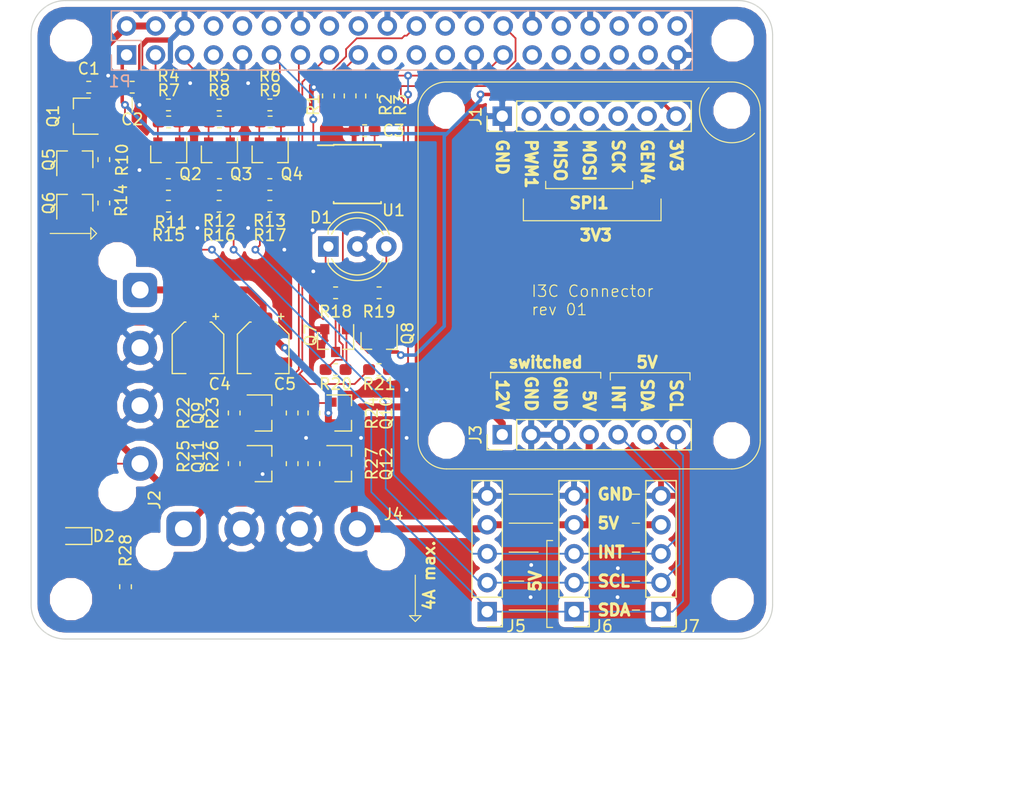
<source format=kicad_pcb>
(kicad_pcb (version 20171130) (host pcbnew 5.0.2+dfsg1-1~bpo9+1)
  (title_block (date "15 nov 2012"))
  (layers (0 F.Cu mixed) (31 B.Cu mixed) (34 B.Paste user) (35 F.Paste user) (36 B.SilkS user) (37 F.SilkS user) (38 B.Mask user) (39 F.Mask user) (44 Edge.Cuts user))
  (net 0 "")
  (net 1 +3V3)
  (net 2 +5V)
  (net 3 GND)
  (net 4 ID_SD)
  (net 5 ID_SC)
  (net 6 SDA)
  (net 7 SCL)
  (net 8 INT)
  (net 9 SDA_5V)
  (net 10 SCL_5V)
  (net 11 INT_5V)
  (net 12 +5VP)
  (net 13 "Net-(Q5-Pad1)")
  (net 14 "Net-(Q5-Pad3)")
  (net 15 +12V)
  (net 16 +12VA)
  (net 17 +5VA)
  (net 18 "Net-(Q11-Pad1)")
  (net 19 +3.3VA)
  (net 20 "Net-(D1-Pad1)")
  (net 21 "Net-(D1-Pad3)")
  (net 22 "Net-(Q12-Pad1)")
  (net 23 "Net-(Q8-Pad2)")
  (net 24 ID_WP)
  (net 25 "Net-(D2-Pad1)")
  (net 26 ACTIVATE_5V)
  (net 27 ACTIVATE_12V)
  (net 28 "Net-(Q9-Pad1)")
  (net 29 "Net-(Q11-Pad3)")
  (net 30 "Net-(Q9-Pad3)")
  (net 31 "Net-(Q10-Pad1)")
  (net 32 "Net-(Q7-Pad1)")
  (net 33 "Net-(Q8-Pad1)")
  (net 34 "Net-(Q2-Pad3)")
  (net 35 "Net-(Q2-Pad2)")
  (net 36 "Net-(Q3-Pad2)")
  (net 37 "Net-(Q3-Pad3)")
  (net 38 "Net-(Q4-Pad2)")
  (net 39 "Net-(Q4-Pad3)")
  (module Connector_PinHeader_2.54mm:PinHeader_1x05_P2.54mm_Vertical (layer F.Cu) (at 95.2 83.465 180)
    (fp_text reference J6 (at -2.54 -1.27 180) (layer F.SilkS))
    (fp_text value Conn_01x05_Male)
    (pad 1 thru_hole rect (at 0 0 180) (size 1.7 1.7) (drill 1) (layers *.Cu *.Mask) (net 9 SDA_5V))
    (pad 2 thru_hole oval (at 0 2.54 180) (size 1.7 1.7) (drill 1) (layers *.Cu *.Mask) (net 10 SCL_5V))
    (pad 3 thru_hole oval (at 0 5.08 180) (size 1.7 1.7) (drill 1) (layers *.Cu *.Mask) (net 11 INT_5V))
    (pad 4 thru_hole oval (at 0 7.62 180) (size 1.7 1.7) (drill 1) (layers *.Cu *.Mask) (net 17 +5VA))
    (pad 5 thru_hole oval (at 0 10.16 180) (size 1.7 1.7) (drill 1) (layers *.Cu *.Mask) (net 3 GND))
  )
  (module Package_TO_SOT_SMD:SOT-23 (layer F.Cu) (at 59.665 43.32 270)
    (fp_text reference Q2 (at 1.765 -1.905) (layer F.SilkS))
    (fp_text value BSS138)
    (pad 3 smd rect (at 1 0 270) (size 0.9 0.8) (layers F.Cu F.Paste F.Mask) (net 34 "Net-(Q2-Pad3)"))
    (pad 2 smd rect (at -1 0.95 270) (size 0.9 0.8) (layers F.Cu F.Paste F.Mask) (net 35 "Net-(Q2-Pad2)"))
    (pad 1 smd rect (at -1 -0.95 270) (size 0.9 0.8) (layers F.Cu F.Paste F.Mask) (net 1 +3V3))
  )
  (module Capacitor_SMD:C_0603_1608Metric_Pad1.05x0.95mm_HandSolder (layer F.Cu) (at 68.53 46)
    (fp_text reference R13 (at -0.025 3.175) (layer F.SilkS))
    (fp_text value 10K)
    (pad 2 smd roundrect (at 0.875 0) (size 1.05 0.95) (layers F.Cu F.Paste F.Mask) (net 39 "Net-(Q4-Pad3)"))
    (pad 1 smd roundrect (at -0.875 0) (size 1.05 0.95) (layers F.Cu F.Paste F.Mask) (net 2 +5V))
  )
  (module Package_TO_SOT_SMD:SOT-23 (layer F.Cu) (at 64.11 43.32 270)
    (fp_text reference Q3 (at 1.765 -1.905) (layer F.SilkS))
    (fp_text value BSS138)
    (pad 1 smd rect (at -1 -0.95 270) (size 0.9 0.8) (layers F.Cu F.Paste F.Mask) (net 1 +3V3))
    (pad 2 smd rect (at -1 0.95 270) (size 0.9 0.8) (layers F.Cu F.Paste F.Mask) (net 36 "Net-(Q3-Pad2)"))
    (pad 3 smd rect (at 1 0 270) (size 0.9 0.8) (layers F.Cu F.Paste F.Mask) (net 37 "Net-(Q3-Pad3)"))
  )
  (module Package_TO_SOT_SMD:SOT-23 (layer F.Cu) (at 68.555 43.32 270)
    (fp_text reference Q4 (at 1.765 -1.905) (layer F.SilkS))
    (fp_text value BSS138)
    (pad 1 smd rect (at -1 -0.95 270) (size 0.9 0.8) (layers F.Cu F.Paste F.Mask) (net 1 +3V3))
    (pad 2 smd rect (at -1 0.95 270) (size 0.9 0.8) (layers F.Cu F.Paste F.Mask) (net 38 "Net-(Q4-Pad2)"))
    (pad 3 smd rect (at 1 0 270) (size 0.9 0.8) (layers F.Cu F.Paste F.Mask) (net 39 "Net-(Q4-Pad3)"))
  )
  (module Capacitor_SMD:C_0603_1608Metric_Pad1.05x0.95mm_HandSolder (layer F.Cu) (at 64.11 46)
    (fp_text reference R12 (at 0 3.175) (layer F.SilkS))
    (fp_text value 10K)
    (pad 2 smd roundrect (at 0.875 0) (size 1.05 0.95) (layers F.Cu F.Paste F.Mask) (net 37 "Net-(Q3-Pad3)"))
    (pad 1 smd roundrect (at -0.875 0) (size 1.05 0.95) (layers F.Cu F.Paste F.Mask) (net 2 +5V))
  )
  (module Capacitor_SMD:C_0603_1608Metric_Pad1.05x0.95mm_HandSolder (layer F.Cu) (at 68.555 40.513 180)
    (fp_text reference R9 (at 0 2.768 180) (layer F.SilkS))
    (fp_text value 10K)
    (pad 1 smd roundrect (at -0.875 0 180) (size 1.05 0.95) (layers F.Cu F.Paste F.Mask) (net 1 +3V3))
    (pad 2 smd roundrect (at 0.875 0 180) (size 1.05 0.95) (layers F.Cu F.Paste F.Mask) (net 38 "Net-(Q4-Pad2)"))
  )
  (module Capacitor_SMD:C_0603_1608Metric_Pad1.05x0.95mm_HandSolder (layer F.Cu) (at 59.64 46)
    (fp_text reference R11 (at 0.215 3.315) (layer F.SilkS))
    (fp_text value 10K)
    (pad 1 smd roundrect (at -0.875 0) (size 1.05 0.95) (layers F.Cu F.Paste F.Mask) (net 2 +5V))
    (pad 2 smd roundrect (at 0.875 0) (size 1.05 0.95) (layers F.Cu F.Paste F.Mask) (net 34 "Net-(Q2-Pad3)"))
  )
  (module Connector_PinSocket_2.54mm:PinSocket_2x20_P2.54mm_Vertical (layer B.Cu) (at 55.97 34.635 270)
    (fp_text reference P1 (at 2.322 0.598 180) (layer B.SilkS) (effects (justify mirror)))
    (fp_text value Conn_02x20_Odd_Even)
    (pad 1 thru_hole rect (at 0 0 270) (size 1.7 1.7) (drill 1) (layers *.Cu *.Mask) (net 1 +3V3))
    (pad 2 thru_hole oval (at -2.54 0 270) (size 1.7 1.7) (drill 1) (layers *.Cu *.Mask) (net 2 +5V))
    (pad 3 thru_hole oval (at 0 -2.54 270) (size 1.7 1.7) (drill 1) (layers *.Cu *.Mask) (net 6 SDA))
    (pad 4 thru_hole oval (at -2.54 -2.54 270) (size 1.7 1.7) (drill 1) (layers *.Cu *.Mask) (net 2 +5V))
    (pad 5 thru_hole oval (at 0 -5.08 270) (size 1.7 1.7) (drill 1) (layers *.Cu *.Mask) (net 7 SCL))
    (pad 6 thru_hole oval (at -2.54 -5.08 270) (size 1.7 1.7) (drill 1) (layers *.Cu *.Mask) (net 3 GND))
    (pad 7 thru_hole oval (at 0 -7.62 270) (size 1.7 1.7) (drill 1) (layers *.Cu *.Mask))
    (pad 8 thru_hole oval (at -2.54 -7.62 270) (size 1.7 1.7) (drill 1) (layers *.Cu *.Mask))
    (pad 9 thru_hole oval (at 0 -10.16 270) (size 1.7 1.7) (drill 1) (layers *.Cu *.Mask) (net 3 GND))
    (pad 10 thru_hole oval (at -2.54 -10.16 270) (size 1.7 1.7) (drill 1) (layers *.Cu *.Mask))
    (pad 11 thru_hole oval (at 0 -12.7 270) (size 1.7 1.7) (drill 1) (layers *.Cu *.Mask) (net 8 INT))
    (pad 12 thru_hole oval (at -2.54 -12.7 270) (size 1.7 1.7) (drill 1) (layers *.Cu *.Mask))
    (pad 13 thru_hole oval (at 0 -15.24 270) (size 1.7 1.7) (drill 1) (layers *.Cu *.Mask) (net 27 ACTIVATE_12V))
    (pad 14 thru_hole oval (at -2.54 -15.24 270) (size 1.7 1.7) (drill 1) (layers *.Cu *.Mask) (net 3 GND))
    (pad 15 thru_hole oval (at 0 -17.78 270) (size 1.7 1.7) (drill 1) (layers *.Cu *.Mask) (net 26 ACTIVATE_5V))
    (pad 16 thru_hole oval (at -2.54 -17.78 270) (size 1.7 1.7) (drill 1) (layers *.Cu *.Mask))
    (pad 17 thru_hole oval (at 0 -20.32 270) (size 1.7 1.7) (drill 1) (layers *.Cu *.Mask) (net 19 +3.3VA))
    (pad 18 thru_hole oval (at -2.54 -20.32 270) (size 1.7 1.7) (drill 1) (layers *.Cu *.Mask))
    (pad 19 thru_hole oval (at 0 -22.86 270) (size 1.7 1.7) (drill 1) (layers *.Cu *.Mask))
    (pad 20 thru_hole oval (at -2.54 -22.86 270) (size 1.7 1.7) (drill 1) (layers *.Cu *.Mask) (net 3 GND))
    (pad 21 thru_hole oval (at 0 -25.4 270) (size 1.7 1.7) (drill 1) (layers *.Cu *.Mask))
    (pad 22 thru_hole oval (at -2.54 -25.4 270) (size 1.7 1.7) (drill 1) (layers *.Cu *.Mask) (net 24 ID_WP))
    (pad 23 thru_hole oval (at 0 -27.94 270) (size 1.7 1.7) (drill 1) (layers *.Cu *.Mask))
    (pad 24 thru_hole oval (at -2.54 -27.94 270) (size 1.7 1.7) (drill 1) (layers *.Cu *.Mask))
    (pad 25 thru_hole oval (at 0 -30.48 270) (size 1.7 1.7) (drill 1) (layers *.Cu *.Mask) (net 3 GND))
    (pad 26 thru_hole oval (at -2.54 -30.48 270) (size 1.7 1.7) (drill 1) (layers *.Cu *.Mask))
    (pad 27 thru_hole oval (at 0 -33.02 270) (size 1.7 1.7) (drill 1) (layers *.Cu *.Mask) (net 4 ID_SD))
    (pad 28 thru_hole oval (at -2.54 -33.02 270) (size 1.7 1.7) (drill 1) (layers *.Cu *.Mask) (net 5 ID_SC))
    (pad 29 thru_hole oval (at 0 -35.56 270) (size 1.7 1.7) (drill 1) (layers *.Cu *.Mask))
    (pad 30 thru_hole oval (at -2.54 -35.56 270) (size 1.7 1.7) (drill 1) (layers *.Cu *.Mask) (net 3 GND))
    (pad 31 thru_hole oval (at 0 -38.1 270) (size 1.7 1.7) (drill 1) (layers *.Cu *.Mask))
    (pad 32 thru_hole oval (at -2.54 -38.1 270) (size 1.7 1.7) (drill 1) (layers *.Cu *.Mask))
    (pad 33 thru_hole oval (at 0 -40.64 270) (size 1.7 1.7) (drill 1) (layers *.Cu *.Mask))
    (pad 34 thru_hole oval (at -2.54 -40.64 270) (size 1.7 1.7) (drill 1) (layers *.Cu *.Mask) (net 3 GND))
    (pad 35 thru_hole oval (at 0 -43.18 270) (size 1.7 1.7) (drill 1) (layers *.Cu *.Mask))
    (pad 36 thru_hole oval (at -2.54 -43.18 270) (size 1.7 1.7) (drill 1) (layers *.Cu *.Mask))
    (pad 37 thru_hole oval (at 0 -45.72 270) (size 1.7 1.7) (drill 1) (layers *.Cu *.Mask))
    (pad 38 thru_hole oval (at -2.54 -45.72 270) (size 1.7 1.7) (drill 1) (layers *.Cu *.Mask))
    (pad 39 thru_hole oval (at 0 -48.26 270) (size 1.7 1.7) (drill 1) (layers *.Cu *.Mask) (net 3 GND))
    (pad 40 thru_hole oval (at -2.54 -48.26 270) (size 1.7 1.7) (drill 1) (layers *.Cu *.Mask))
  )
  (module MountingHole:MountingHole_2.7mm_M2.5 (layer F.Cu) (at 109.1 82.505)
    (fp_text reference MK8 hide)
    (fp_text value M2.5)
    (pad "" np_thru_hole circle (at 0 -0.14) (size 2.7 2.7) (drill 2.7) (layers *.Cu *.Mask))
  )
  (module MountingHole:MountingHole_2.7mm_M2.5 (layer F.Cu) (at 51.1 82.365)
    (fp_text reference MK7 hide)
    (fp_text value M2.5)
    (pad 1 np_thru_hole circle (at 0 0) (size 2.7 2.7) (drill 2.7) (layers *.Cu *.Mask))
  )
  (module MountingHole:MountingHole_2.7mm_M2.5 (layer F.Cu) (at 109.1 33.365 180)
    (fp_text reference MK2 hide)
    (fp_text value M2.5)
    (pad 1 np_thru_hole circle (at 0 0 180) (size 2.7 2.7) (drill 2.7) (layers *.Cu *.Mask))
  )
  (module MountingHole:MountingHole_2.7mm_M2.5 (layer F.Cu) (at 51.1 33.365 180)
    (fp_text reference MK1 hide)
    (fp_text value M2.5)
    (pad 1 np_thru_hole circle (at 0 0 180) (size 2.7 2.7) (drill 2.7) (layers *.Cu *.Mask))
  )
  (module Capacitor_SMD:C_0603_1608Metric_Pad1.05x0.95mm_HandSolder (layer F.Cu) (at 76.835 41.275 180)
    (fp_text reference C3 (at -2.54 0 180) (layer F.SilkS))
    (fp_text value 100n)
    (pad 1 smd roundrect (at -0.875 0 180) (size 1.05 0.95) (layers F.Cu F.Paste F.Mask) (net 19 +3.3VA))
    (pad 2 smd roundrect (at 0.875 0 180) (size 1.05 0.95) (layers F.Cu F.Paste F.Mask) (net 3 GND))
  )
  (module Capacitor_SMD:C_0603_1608Metric_Pad1.05x0.95mm_HandSolder (layer F.Cu) (at 73.66 38.227 90)
    (fp_text reference R1 (at -0.788 -1.32 90) (layer F.SilkS))
    (fp_text value 10K)
    (pad 2 smd roundrect (at 0.875 0 90) (size 1.05 0.95) (layers F.Cu F.Paste F.Mask) (net 24 ID_WP))
    (pad 1 smd roundrect (at -0.875 0 90) (size 1.05 0.95) (layers F.Cu F.Paste F.Mask) (net 19 +3.3VA))
  )
  (module Capacitor_SMD:C_0603_1608Metric_Pad1.05x0.95mm_HandSolder (layer F.Cu) (at 75.565 38.227 90)
    (fp_text reference R2 (at -0.788 3.125 90) (layer F.SilkS))
    (fp_text value 3K9)
    (pad 1 smd roundrect (at -0.875 0 90) (size 1.05 0.95) (layers F.Cu F.Paste F.Mask) (net 19 +3.3VA))
    (pad 2 smd roundrect (at 0.875 0 90) (size 1.05 0.95) (layers F.Cu F.Paste F.Mask) (net 4 ID_SD))
  )
  (module Capacitor_SMD:C_0603_1608Metric_Pad1.05x0.95mm_HandSolder (layer F.Cu) (at 77.445 38.24 90)
    (fp_text reference R3 (at -0.775 2.515 90) (layer F.SilkS))
    (fp_text value 3K9)
    (pad 2 smd roundrect (at 0.875 0 90) (size 1.05 0.95) (layers F.Cu F.Paste F.Mask) (net 5 ID_SC))
    (pad 1 smd roundrect (at -0.875 0 90) (size 1.05 0.95) (layers F.Cu F.Paste F.Mask) (net 19 +3.3VA))
  )
  (module Package_SO:SOIC-8_3.9x4.9mm_P1.27mm (layer F.Cu) (at 76.2 45.085)
    (fp_text reference U1 (at 3.175 3.175) (layer F.SilkS))
    (fp_text value M24C02-WMN)
    (pad 1 smd rect (at -2.7 -1.905) (size 1.55 0.6) (layers F.Cu F.Paste F.Mask) (net 3 GND))
    (pad 2 smd rect (at -2.7 -0.635) (size 1.55 0.6) (layers F.Cu F.Paste F.Mask) (net 3 GND))
    (pad 3 smd rect (at -2.7 0.635) (size 1.55 0.6) (layers F.Cu F.Paste F.Mask) (net 3 GND))
    (pad 4 smd rect (at -2.7 1.905) (size 1.55 0.6) (layers F.Cu F.Paste F.Mask) (net 3 GND))
    (pad 5 smd rect (at 2.7 1.905) (size 1.55 0.6) (layers F.Cu F.Paste F.Mask) (net 4 ID_SD))
    (pad 6 smd rect (at 2.7 0.635) (size 1.55 0.6) (layers F.Cu F.Paste F.Mask) (net 5 ID_SC))
    (pad 7 smd rect (at 2.7 -0.635) (size 1.55 0.6) (layers F.Cu F.Paste F.Mask) (net 24 ID_WP))
    (pad 8 smd rect (at 2.7 -1.905) (size 1.55 0.6) (layers F.Cu F.Paste F.Mask) (net 19 +3.3VA))
  )
  (module Capacitor_SMD:C_0603_1608Metric_Pad1.05x0.95mm_HandSolder (layer F.Cu) (at 59.665 40.513 180)
    (fp_text reference R7 (at 0 2.768 180) (layer F.SilkS))
    (fp_text value 10K)
    (pad 1 smd roundrect (at -0.875 0 180) (size 1.05 0.95) (layers F.Cu F.Paste F.Mask) (net 1 +3V3))
    (pad 2 smd roundrect (at 0.875 0 180) (size 1.05 0.95) (layers F.Cu F.Paste F.Mask) (net 35 "Net-(Q2-Pad2)"))
  )
  (module Capacitor_SMD:C_0603_1608Metric_Pad1.05x0.95mm_HandSolder (layer F.Cu) (at 64.11 40.513 180)
    (fp_text reference R8 (at 0.025 2.768 180) (layer F.SilkS))
    (fp_text value 10K)
    (pad 2 smd roundrect (at 0.875 0 180) (size 1.05 0.95) (layers F.Cu F.Paste F.Mask) (net 36 "Net-(Q3-Pad2)"))
    (pad 1 smd roundrect (at -0.875 0 180) (size 1.05 0.95) (layers F.Cu F.Paste F.Mask) (net 1 +3V3))
  )
  (module Capacitor_SMD:C_0603_1608Metric_Pad1.05x0.95mm_HandSolder (layer F.Cu) (at 53.975 47.625 270)
    (fp_text reference R14 (at -0.228 -1.524 270) (layer F.SilkS))
    (fp_text value 10K)
    (pad 2 smd roundrect (at 0.875 0 270) (size 1.05 0.95) (layers F.Cu F.Paste F.Mask) (net 3 GND))
    (pad 1 smd roundrect (at -0.875 0 270) (size 1.05 0.95) (layers F.Cu F.Paste F.Mask) (net 13 "Net-(Q5-Pad1)"))
  )
  (module Capacitor_SMD:C_0603_1608Metric_Pad1.05x0.95mm_HandSolder (layer F.Cu) (at 53.975 43.815 270)
    (fp_text reference R10 (at 0.026 -1.601 270) (layer F.SilkS))
    (fp_text value 47K)
    (pad 1 smd roundrect (at -0.875 0 270) (size 1.05 0.95) (layers F.Cu F.Paste F.Mask) (net 14 "Net-(Q5-Pad3)"))
    (pad 2 smd roundrect (at 0.875 0 270) (size 1.05 0.95) (layers F.Cu F.Paste F.Mask) (net 3 GND))
  )
  (module Package_TO_SOT_SMD:SOT-23 (layer F.Cu) (at 51.435 43.815 90)
    (fp_text reference Q5 (at 0 -2.286 90) (layer F.SilkS))
    (fp_text value "BC 807-25")
    (pad 1 smd rect (at -1 -0.95 90) (size 0.9 0.8) (layers F.Cu F.Paste F.Mask) (net 13 "Net-(Q5-Pad1)"))
    (pad 2 smd rect (at -1 0.95 90) (size 0.9 0.8) (layers F.Cu F.Paste F.Mask) (net 2 +5V))
    (pad 3 smd rect (at 1 0 90) (size 0.9 0.8) (layers F.Cu F.Paste F.Mask) (net 14 "Net-(Q5-Pad3)"))
  )
  (module Package_TO_SOT_SMD:SOT-23 (layer F.Cu) (at 52.07 40.005 180)
    (fp_text reference Q1 (at 2.54 0 90) (layer F.SilkS))
    (fp_text value "AO 3415A")
    (pad 1 smd rect (at -1 -0.95 180) (size 0.9 0.8) (layers F.Cu F.Paste F.Mask) (net 14 "Net-(Q5-Pad3)"))
    (pad 2 smd rect (at -1 0.95 180) (size 0.9 0.8) (layers F.Cu F.Paste F.Mask) (net 2 +5V))
    (pad 3 smd rect (at 1 0 180) (size 0.9 0.8) (layers F.Cu F.Paste F.Mask) (net 12 +5VP))
  )
  (module Package_TO_SOT_SMD:SOT-23 (layer F.Cu) (at 51.435 47.625 90)
    (fp_text reference Q6 (at 0 -2.286 90) (layer F.SilkS))
    (fp_text value "BC 807-25")
    (pad 3 smd rect (at 1 0 90) (size 0.9 0.8) (layers F.Cu F.Paste F.Mask) (net 13 "Net-(Q5-Pad1)"))
    (pad 2 smd rect (at -1 0.95 90) (size 0.9 0.8) (layers F.Cu F.Paste F.Mask) (net 12 +5VP))
    (pad 1 smd rect (at -1 -0.95 90) (size 0.9 0.8) (layers F.Cu F.Paste F.Mask) (net 13 "Net-(Q5-Pad1)"))
  )
  (module Connector_PinHeader_2.54mm:PinHeader_1x05_P2.54mm_Vertical (layer F.Cu) (at 87.58 83.465 180)
    (fp_text reference J5 (at -2.54 -1.27 180) (layer F.SilkS))
    (fp_text value Conn_01x05_Male)
    (pad 1 thru_hole rect (at 0 0 180) (size 1.7 1.7) (drill 1) (layers *.Cu *.Mask) (net 9 SDA_5V))
    (pad 2 thru_hole oval (at 0 2.54 180) (size 1.7 1.7) (drill 1) (layers *.Cu *.Mask) (net 10 SCL_5V))
    (pad 3 thru_hole oval (at 0 5.08 180) (size 1.7 1.7) (drill 1) (layers *.Cu *.Mask) (net 11 INT_5V))
    (pad 4 thru_hole oval (at 0 7.62 180) (size 1.7 1.7) (drill 1) (layers *.Cu *.Mask) (net 17 +5VA))
    (pad 5 thru_hole oval (at 0 10.16 180) (size 1.7 1.7) (drill 1) (layers *.Cu *.Mask) (net 3 GND))
  )
  (module Connector_PinHeader_2.54mm:PinHeader_1x05_P2.54mm_Vertical (layer F.Cu) (at 102.82 83.465 180)
    (fp_text reference J7 (at -2.54 -1.27 180) (layer F.SilkS))
    (fp_text value Conn_01x05_Male)
    (pad 5 thru_hole oval (at 0 10.16 180) (size 1.7 1.7) (drill 1) (layers *.Cu *.Mask) (net 3 GND))
    (pad 4 thru_hole oval (at 0 7.62 180) (size 1.7 1.7) (drill 1) (layers *.Cu *.Mask) (net 17 +5VA))
    (pad 3 thru_hole oval (at 0 5.08 180) (size 1.7 1.7) (drill 1) (layers *.Cu *.Mask) (net 11 INT_5V))
    (pad 2 thru_hole oval (at 0 2.54 180) (size 1.7 1.7) (drill 1) (layers *.Cu *.Mask) (net 10 SCL_5V))
    (pad 1 thru_hole rect (at 0 0 180) (size 1.7 1.7) (drill 1) (layers *.Cu *.Mask) (net 9 SDA_5V))
  )
  (module Package_TO_SOT_SMD:SOT-23 (layer F.Cu) (at 74.295 59.69 270)
    (fp_text reference Q7 (at -0.485 2.195 90) (layer F.SilkS))
    (fp_text value "BC 818-25")
    (pad 1 smd rect (at -1 -0.95 270) (size 0.9 0.8) (layers F.Cu F.Paste F.Mask) (net 32 "Net-(Q7-Pad1)"))
    (pad 2 smd rect (at -1 0.95 270) (size 0.9 0.8) (layers F.Cu F.Paste F.Mask) (net 3 GND))
    (pad 3 smd rect (at 1 0 270) (size 0.9 0.8) (layers F.Cu F.Paste F.Mask) (net 20 "Net-(D1-Pad1)"))
  )
  (module Capacitor_SMD:C_0603_1608Metric_Pad1.05x0.95mm_HandSolder (layer F.Cu) (at 78.105 55.499)
    (fp_text reference R19 (at 0 1.651) (layer F.SilkS))
    (fp_text value 150R)
    (pad 2 smd roundrect (at 0.875 0) (size 1.05 0.95) (layers F.Cu F.Paste F.Mask) (net 21 "Net-(D1-Pad3)"))
    (pad 1 smd roundrect (at -0.875 0) (size 1.05 0.95) (layers F.Cu F.Paste F.Mask) (net 23 "Net-(Q8-Pad2)"))
  )
  (module Capacitor_SMD:C_0603_1608Metric_Pad1.05x0.95mm_HandSolder (layer F.Cu) (at 74.295 55.499 180)
    (fp_text reference R18 (at 0 -1.651 180) (layer F.SilkS))
    (fp_text value 150R)
    (pad 1 smd roundrect (at -0.875 0 180) (size 1.05 0.95) (layers F.Cu F.Paste F.Mask) (net 1 +3V3))
    (pad 2 smd roundrect (at 0.875 0 180) (size 1.05 0.95) (layers F.Cu F.Paste F.Mask) (net 20 "Net-(D1-Pad1)"))
  )
  (module LED_THT:LED_D5.0mm-3 (layer F.Cu) (at 73.66 51.435)
    (fp_text reference D1 (at -0.635 -2.54) (layer F.SilkS))
    (fp_text value "LED5 RG-3")
    (pad 1 thru_hole rect (at 0 0) (size 1.8 1.8) (drill 0.9) (layers *.Cu *.Mask) (net 20 "Net-(D1-Pad1)"))
    (pad 2 thru_hole circle (at 2.54 0) (size 1.8 1.8) (drill 0.9) (layers *.Cu *.Mask) (net 3 GND))
    (pad 3 thru_hole circle (at 5.08 0) (size 1.8 1.8) (drill 0.9) (layers *.Cu *.Mask) (net 21 "Net-(D1-Pad3)"))
  )
  (module Package_TO_SOT_SMD:SOT-23 (layer F.Cu) (at 78.105 59.69 270)
    (fp_text reference Q8 (at -0.635 -2.495 90) (layer F.SilkS))
    (fp_text value "BC 818-25")
    (pad 1 smd rect (at -1 -0.95 270) (size 0.9 0.8) (layers F.Cu F.Paste F.Mask) (net 33 "Net-(Q8-Pad1)"))
    (pad 2 smd rect (at -1 0.95 270) (size 0.9 0.8) (layers F.Cu F.Paste F.Mask) (net 23 "Net-(Q8-Pad2)"))
    (pad 3 smd rect (at 1 0 270) (size 0.9 0.8) (layers F.Cu F.Paste F.Mask) (net 1 +3V3))
  )
  (module Connector_PinHeader_2.54mm:PinHeader_1x07_P2.54mm_Vertical (layer F.Cu) (at 88.9 67.945 90)
    (fp_text reference J3 (at 0 -2.33 90) (layer F.SilkS))
    (fp_text value Conn_01x07_Male)
    (pad 1 thru_hole rect (at 0 0 90) (size 1.7 1.7) (drill 1) (layers *.Cu *.Mask) (net 16 +12VA))
    (pad 2 thru_hole oval (at 0 2.54 90) (size 1.7 1.7) (drill 1) (layers *.Cu *.Mask) (net 3 GND))
    (pad 3 thru_hole oval (at 0 5.08 90) (size 1.7 1.7) (drill 1) (layers *.Cu *.Mask) (net 3 GND))
    (pad 4 thru_hole oval (at 0 7.62 90) (size 1.7 1.7) (drill 1) (layers *.Cu *.Mask) (net 17 +5VA))
    (pad 5 thru_hole oval (at 0 10.16 90) (size 1.7 1.7) (drill 1) (layers *.Cu *.Mask) (net 11 INT_5V))
    (pad 6 thru_hole oval (at 0 12.7 90) (size 1.7 1.7) (drill 1) (layers *.Cu *.Mask) (net 10 SCL_5V))
    (pad 7 thru_hole oval (at 0 15.24 90) (size 1.7 1.7) (drill 1) (layers *.Cu *.Mask) (net 9 SDA_5V))
  )
  (module Connector_PinHeader_2.54mm:PinHeader_1x07_P2.54mm_Vertical (layer F.Cu) (at 88.9 40.005 90)
    (fp_text reference J1 (at 0 -2.33 90) (layer F.SilkS))
    (fp_text value Conn_01x07_Male)
    (pad 7 thru_hole oval (at 0 15.24 90) (size 1.7 1.7) (drill 1) (layers *.Cu *.Mask) (net 1 +3V3))
    (pad 6 thru_hole oval (at 0 12.7 90) (size 1.7 1.7) (drill 1) (layers *.Cu *.Mask))
    (pad 5 thru_hole oval (at 0 10.16 90) (size 1.7 1.7) (drill 1) (layers *.Cu *.Mask))
    (pad 4 thru_hole oval (at 0 7.62 90) (size 1.7 1.7) (drill 1) (layers *.Cu *.Mask))
    (pad 3 thru_hole oval (at 0 5.08 90) (size 1.7 1.7) (drill 1) (layers *.Cu *.Mask))
    (pad 2 thru_hole oval (at 0 2.54 90) (size 1.7 1.7) (drill 1) (layers *.Cu *.Mask))
    (pad 1 thru_hole rect (at 0 0 90) (size 1.7 1.7) (drill 1) (layers *.Cu *.Mask) (net 3 GND))
  )
  (module MountingHole:MountingHole_2.2mm_M2_DIN965 (layer F.Cu) (at 84.02 39.505)
    (fp_text reference MK3 hide)
    (fp_text value 2.0)
    (pad 1 np_thru_hole circle (at 0 0) (size 2.2 2.2) (drill 2.2) (layers *.Cu *.Mask))
  )
  (module MountingHole:MountingHole_2.2mm_M2_DIN965 (layer F.Cu) (at 84.02 68.445)
    (fp_text reference MK5 hide)
    (fp_text value 2.0)
    (pad 1 np_thru_hole circle (at 0 0) (size 2.2 2.2) (drill 2.2) (layers *.Cu *.Mask))
  )
  (module MountingHole:MountingHole_2.2mm_M2_DIN965 (layer F.Cu) (at 109.02 39.505)
    (fp_text reference MK4 hide)
    (fp_text value 2.0)
    (pad 1 np_thru_hole circle (at 0 0) (size 2.2 2.2) (drill 2.2) (layers *.Cu *.Mask))
  )
  (module MountingHole:MountingHole_2.2mm_M2_DIN965 (layer F.Cu) (at 109.02 68.445)
    (fp_text reference MK6 hide)
    (fp_text value 2.0)
    (pad 1 np_thru_hole circle (at 0 0) (size 2.2 2.2) (drill 2.2) (layers *.Cu *.Mask))
  )
  (module Capacitor_SMD:C_0603_1608Metric_Pad1.05x0.95mm_HandSolder (layer F.Cu) (at 56.465 37.465)
    (fp_text reference C2 (at 0 2.82) (layer F.SilkS))
    (fp_text value 100n)
    (pad 2 smd roundrect (at 0.875 0) (size 1.05 0.95) (layers F.Cu F.Paste F.Mask) (net 3 GND))
    (pad 1 smd roundrect (at -0.875 0) (size 1.05 0.95) (layers F.Cu F.Paste F.Mask) (net 1 +3V3))
  )
  (module Capacitor_SMD:C_0603_1608Metric_Pad1.05x0.95mm_HandSolder (layer F.Cu) (at 52.655 37.465)
    (fp_text reference C1 (at 0 -1.625) (layer F.SilkS))
    (fp_text value 100n)
    (pad 1 smd roundrect (at -0.875 0) (size 1.05 0.95) (layers F.Cu F.Paste F.Mask) (net 2 +5V))
    (pad 2 smd roundrect (at 0.875 0) (size 1.05 0.95) (layers F.Cu F.Paste F.Mask) (net 3 GND))
  )
  (module LED_SMD:LED_0603_1608Metric (layer F.Cu) (at 51.435 76.835 180)
    (fp_text reference D2 (at -2.54 0 180) (layer F.SilkS))
    (fp_text value LED)
    (pad 1 smd roundrect (at -0.7875 0 180) (size 0.875 0.95) (layers F.Cu F.Paste F.Mask) (net 25 "Net-(D2-Pad1)"))
    (pad 2 smd roundrect (at 0.7875 0 180) (size 0.875 0.95) (layers F.Cu F.Paste F.Mask) (net 12 +5VP))
  )
  (module Capacitor_SMD:C_0603_1608Metric_Pad1.05x0.95mm_HandSolder (layer F.Cu) (at 55.88 81.28 270)
    (fp_text reference R28 (at -3.175 0 270) (layer F.SilkS))
    (fp_text value 150R)
    (pad 1 smd roundrect (at -0.875 0 270) (size 1.05 0.95) (layers F.Cu F.Paste F.Mask) (net 25 "Net-(D2-Pad1)"))
    (pad 2 smd roundrect (at 0.875 0 270) (size 1.05 0.95) (layers F.Cu F.Paste F.Mask) (net 3 GND))
  )
  (module Package_TO_SOT_SMD:SOT-23 (layer F.Cu) (at 74.93 70.485)
    (fp_text reference Q12 (at 3.81 0 90) (layer F.SilkS))
    (fp_text value "AO 3415A")
    (pad 3 smd rect (at 1 0) (size 0.9 0.8) (layers F.Cu F.Paste F.Mask) (net 17 +5VA))
    (pad 2 smd rect (at -1 0.95) (size 0.9 0.8) (layers F.Cu F.Paste F.Mask) (net 12 +5VP))
    (pad 1 smd rect (at -1 -0.95) (size 0.9 0.8) (layers F.Cu F.Paste F.Mask) (net 22 "Net-(Q12-Pad1)"))
  )
  (module Capacitor_SMD:C_0603_1608Metric_Pad1.05x0.95mm_HandSolder (layer F.Cu) (at 65.405 70.485 270)
    (fp_text reference R25 (at -0.635 4.445 270) (layer F.SilkS))
    (fp_text value 330R)
    (pad 1 smd roundrect (at -0.875 0 270) (size 1.05 0.95) (layers F.Cu F.Paste F.Mask) (net 18 "Net-(Q11-Pad1)"))
    (pad 2 smd roundrect (at 0.875 0 270) (size 1.05 0.95) (layers F.Cu F.Paste F.Mask) (net 26 ACTIVATE_5V))
  )
  (module Capacitor_SMD:C_0603_1608Metric_Pad1.05x0.95mm_HandSolder (layer F.Cu) (at 72.39 70.485 90)
    (fp_text reference R27 (at 0 5.08 90) (layer F.SilkS))
    (fp_text value 10K)
    (pad 2 smd roundrect (at 0.875 0 90) (size 1.05 0.95) (layers F.Cu F.Paste F.Mask) (net 22 "Net-(Q12-Pad1)"))
    (pad 1 smd roundrect (at -0.875 0 90) (size 1.05 0.95) (layers F.Cu F.Paste F.Mask) (net 12 +5VP))
  )
  (module Capacitor_SMD:C_0603_1608Metric_Pad1.05x0.95mm_HandSolder (layer F.Cu) (at 70.485 70.485 270)
    (fp_text reference R26 (at -0.635 6.985 270) (layer F.SilkS))
    (fp_text value 10R)
    (pad 1 smd roundrect (at -0.875 0 270) (size 1.05 0.95) (layers F.Cu F.Paste F.Mask) (net 22 "Net-(Q12-Pad1)"))
    (pad 2 smd roundrect (at 0.875 0 270) (size 1.05 0.95) (layers F.Cu F.Paste F.Mask) (net 29 "Net-(Q11-Pad3)"))
  )
  (module Package_TO_SOT_SMD:SOT-23 (layer F.Cu) (at 67.945 70.485)
    (fp_text reference Q11 (at -5.715 -0.635 270) (layer F.SilkS))
    (fp_text value "BC 818-25")
    (pad 1 smd rect (at -1 -0.95) (size 0.9 0.8) (layers F.Cu F.Paste F.Mask) (net 18 "Net-(Q11-Pad1)"))
    (pad 2 smd rect (at -1 0.95) (size 0.9 0.8) (layers F.Cu F.Paste F.Mask) (net 3 GND))
    (pad 3 smd rect (at 1 0) (size 0.9 0.8) (layers F.Cu F.Paste F.Mask) (net 29 "Net-(Q11-Pad3)"))
  )
  (module Package_TO_SOT_SMD:SOT-23 (layer F.Cu) (at 67.945 66.04)
    (fp_text reference Q9 (at -5.715 0 90) (layer F.SilkS))
    (fp_text value "BC 818-25")
    (pad 3 smd rect (at 1 0) (size 0.9 0.8) (layers F.Cu F.Paste F.Mask) (net 30 "Net-(Q9-Pad3)"))
    (pad 2 smd rect (at -1 0.95) (size 0.9 0.8) (layers F.Cu F.Paste F.Mask) (net 3 GND))
    (pad 1 smd rect (at -1 -0.95) (size 0.9 0.8) (layers F.Cu F.Paste F.Mask) (net 28 "Net-(Q9-Pad1)"))
  )
  (module Package_TO_SOT_SMD:SOT-23 (layer F.Cu) (at 74.93 66.04)
    (fp_text reference Q10 (at 3.81 0 90) (layer F.SilkS))
    (fp_text value "AO 3415A")
    (pad 1 smd rect (at -1 -0.95) (size 0.9 0.8) (layers F.Cu F.Paste F.Mask) (net 31 "Net-(Q10-Pad1)"))
    (pad 2 smd rect (at -1 0.95) (size 0.9 0.8) (layers F.Cu F.Paste F.Mask) (net 15 +12V))
    (pad 3 smd rect (at 1 0) (size 0.9 0.8) (layers F.Cu F.Paste F.Mask) (net 16 +12VA))
  )
  (module Capacitor_SMD:C_0603_1608Metric_Pad1.05x0.95mm_HandSolder (layer F.Cu) (at 65.405 66.04 270)
    (fp_text reference R22 (at 0 4.445 270) (layer F.SilkS))
    (fp_text value 330R)
    (pad 1 smd roundrect (at -0.875 0 270) (size 1.05 0.95) (layers F.Cu F.Paste F.Mask) (net 28 "Net-(Q9-Pad1)"))
    (pad 2 smd roundrect (at 0.875 0 270) (size 1.05 0.95) (layers F.Cu F.Paste F.Mask) (net 27 ACTIVATE_12V))
  )
  (module Capacitor_SMD:C_0603_1608Metric_Pad1.05x0.95mm_HandSolder (layer F.Cu) (at 72.39 66.04 90)
    (fp_text reference R24 (at 0 5.08 90) (layer F.SilkS))
    (fp_text value 10K)
    (pad 1 smd roundrect (at -0.875 0 90) (size 1.05 0.95) (layers F.Cu F.Paste F.Mask) (net 15 +12V))
    (pad 2 smd roundrect (at 0.875 0 90) (size 1.05 0.95) (layers F.Cu F.Paste F.Mask) (net 31 "Net-(Q10-Pad1)"))
  )
  (module Capacitor_SMD:C_0603_1608Metric_Pad1.05x0.95mm_HandSolder (layer F.Cu) (at 70.485 66.04 270)
    (fp_text reference R23 (at 0 6.985 270) (layer F.SilkS))
    (fp_text value 10R)
    (pad 2 smd roundrect (at 0.875 0 270) (size 1.05 0.95) (layers F.Cu F.Paste F.Mask) (net 30 "Net-(Q9-Pad3)"))
    (pad 1 smd roundrect (at -0.875 0 270) (size 1.05 0.95) (layers F.Cu F.Paste F.Mask) (net 31 "Net-(Q10-Pad1)"))
  )
  (module Capacitor_SMD:CP_Elec_4x4.5 (layer F.Cu) (at 62.23 60.325 270)
    (fp_text reference C4 (at 3.175 -1.905) (layer F.SilkS))
    (fp_text value 47u)
    (pad 1 smd roundrect (at -1.8 0 270) (size 2.6 1.6) (layers F.Cu F.Paste F.Mask) (roundrect_rratio 0.15625) (net 12 +5VP))
    (pad 2 smd roundrect (at 1.8 0 270) (size 2.6 1.6) (layers F.Cu F.Paste F.Mask) (roundrect_rratio 0.15625) (net 3 GND))
  )
  (module Capacitor_SMD:CP_Elec_4x4.5 (layer F.Cu) (at 67.945 60.325 270)
    (fp_text reference C5 (at 3.175 -1.905) (layer F.SilkS))
    (fp_text value 47u)
    (pad 2 smd roundrect (at 1.8 0 270) (size 2.6 1.6) (layers F.Cu F.Paste F.Mask) (roundrect_rratio 0.15625) (net 3 GND))
    (pad 1 smd roundrect (at -1.8 0 270) (size 2.6 1.6) (layers F.Cu F.Paste F.Mask) (roundrect_rratio 0.15625) (net 15 +12V))
  )
  (module n39_kicad_penguineer:MOLEX-HDD-PWR-horizontal (layer F.Cu) (at 68.58 76.2)
    (fp_text reference J4 (at 10.795 -1.27) (layer F.SilkS))
    (fp_text value Conn_01x04_Male)
    (pad 1 thru_hole roundrect (at -7.62 0) (size 3 3) (drill 1.5) (layers *.Cu *.Mask) (net 16 +12VA))
    (pad 2 thru_hole circle (at -2.54 0) (size 3 3) (drill 1.5) (layers *.Cu *.Mask) (net 3 GND))
    (pad 3 thru_hole circle (at 2.54 0) (size 3 3) (drill 1.5) (layers *.Cu *.Mask) (net 3 GND))
    (pad 4 thru_hole circle (at 7.62 0) (size 3 3) (drill 1.5) (layers *.Cu *.Mask) (net 17 +5VA))
    (pad "" np_thru_hole circle (at -10.16 2) (size 2.3 2.3) (drill 2.3) (layers *.Cu *.Mask))
    (pad "" np_thru_hole circle (at 10.16 2) (size 2.3 2.3) (drill 2.3) (layers *.Cu *.Mask))
  )
  (module n39_kicad_penguineer:MOLEX-HDD-PWR-horizontal (layer F.Cu) (at 57.15 62.865 270)
    (fp_text reference J2 (at 10.795 -1.27 270) (layer F.SilkS))
    (fp_text value Conn_01x04_Male)
    (pad 1 thru_hole roundrect (at -7.62 0 270) (size 3 3) (drill 1.5) (layers *.Cu *.Mask) (net 15 +12V))
    (pad 2 thru_hole circle (at -2.54 0 270) (size 3 3) (drill 1.5) (layers *.Cu *.Mask) (net 3 GND))
    (pad 3 thru_hole circle (at 2.54 0 270) (size 3 3) (drill 1.5) (layers *.Cu *.Mask) (net 3 GND))
    (pad 4 thru_hole circle (at 7.62 0 270) (size 3 3) (drill 1.5) (layers *.Cu *.Mask) (net 12 +5VP))
    (pad "" np_thru_hole circle (at -10.16 2 270) (size 2.3 2.3) (drill 2.3) (layers *.Cu *.Mask))
    (pad "" np_thru_hole circle (at 10.16 2 270) (size 2.3 2.3) (drill 2.3) (layers *.Cu *.Mask))
  )
  (module Capacitor_SMD:C_0603_1608Metric_Pad1.05x0.95mm_HandSolder (layer F.Cu) (at 74.295 62.23 180)
    (fp_text reference R20 (at 0 -1.27 180) (layer F.SilkS))
    (fp_text value 330R)
    (pad 1 smd roundrect (at -0.875 0 180) (size 1.05 0.95) (layers F.Cu F.Paste F.Mask) (net 32 "Net-(Q7-Pad1)"))
    (pad 2 smd roundrect (at 0.875 0 180) (size 1.05 0.95) (layers F.Cu F.Paste F.Mask) (net 8 INT))
  )
  (module Capacitor_SMD:C_0603_1608Metric_Pad1.05x0.95mm_HandSolder (layer F.Cu) (at 78.105 62.23)
    (fp_text reference R21 (at 0 1.27) (layer F.SilkS))
    (fp_text value 330R)
    (pad 2 smd roundrect (at 0.875 0) (size 1.05 0.95) (layers F.Cu F.Paste F.Mask) (net 33 "Net-(Q8-Pad1)"))
    (pad 1 smd roundrect (at -0.875 0) (size 1.05 0.95) (layers F.Cu F.Paste F.Mask) (net 26 ACTIVATE_5V))
  )
  (module Capacitor_SMD:C_0603_1608Metric_Pad1.05x0.95mm_HandSolder (layer F.Cu) (at 59.64 39.015)
    (fp_text reference R4 (at 0 -2.54) (layer F.SilkS))
    (fp_text value 10R)
    (pad 2 smd roundrect (at 0.875 0) (size 1.05 0.95) (layers F.Cu F.Paste F.Mask) (net 6 SDA))
    (pad 1 smd roundrect (at -0.875 0) (size 1.05 0.95) (layers F.Cu F.Paste F.Mask) (net 35 "Net-(Q2-Pad2)"))
  )
  (module Capacitor_SMD:C_0603_1608Metric_Pad1.05x0.95mm_HandSolder (layer F.Cu) (at 64.085 39.015)
    (fp_text reference R5 (at 0 -2.54) (layer F.SilkS))
    (fp_text value 10R)
    (pad 1 smd roundrect (at -0.875 0) (size 1.05 0.95) (layers F.Cu F.Paste F.Mask) (net 36 "Net-(Q3-Pad2)"))
    (pad 2 smd roundrect (at 0.875 0) (size 1.05 0.95) (layers F.Cu F.Paste F.Mask) (net 7 SCL))
  )
  (module Capacitor_SMD:C_0603_1608Metric_Pad1.05x0.95mm_HandSolder (layer F.Cu) (at 68.53 39.015)
    (fp_text reference R6 (at 0 -2.54) (layer F.SilkS))
    (fp_text value 10R)
    (pad 2 smd roundrect (at 0.875 0) (size 1.05 0.95) (layers F.Cu F.Paste F.Mask) (net 8 INT))
    (pad 1 smd roundrect (at -0.875 0) (size 1.05 0.95) (layers F.Cu F.Paste F.Mask) (net 38 "Net-(Q4-Pad2)"))
  )
  (module Capacitor_SMD:C_0603_1608Metric_Pad1.05x0.95mm_HandSolder (layer F.Cu) (at 59.64 47.905)
    (fp_text reference R15 (at 0 2.54) (layer F.SilkS))
    (fp_text value 10R)
    (pad 1 smd roundrect (at -0.875 0) (size 1.05 0.95) (layers F.Cu F.Paste F.Mask) (net 9 SDA_5V))
    (pad 2 smd roundrect (at 0.875 0) (size 1.05 0.95) (layers F.Cu F.Paste F.Mask) (net 34 "Net-(Q2-Pad3)"))
  )
  (module Capacitor_SMD:C_0603_1608Metric_Pad1.05x0.95mm_HandSolder (layer F.Cu) (at 64.085 47.905)
    (fp_text reference R16 (at 0 2.54) (layer F.SilkS))
    (fp_text value 10R)
    (pad 2 smd roundrect (at 0.875 0) (size 1.05 0.95) (layers F.Cu F.Paste F.Mask) (net 37 "Net-(Q3-Pad3)"))
    (pad 1 smd roundrect (at -0.875 0) (size 1.05 0.95) (layers F.Cu F.Paste F.Mask) (net 10 SCL_5V))
  )
  (module Capacitor_SMD:C_0603_1608Metric_Pad1.05x0.95mm_HandSolder (layer F.Cu) (at 68.53 47.905)
    (fp_text reference R17 (at 0 2.54) (layer F.SilkS))
    (fp_text value 10R)
    (pad 1 smd roundrect (at -0.875 0) (size 1.05 0.95) (layers F.Cu F.Paste F.Mask) (net 11 INT_5V))
    (pad 2 smd roundrect (at 0.875 0) (size 1.05 0.95) (layers F.Cu F.Paste F.Mask) (net 39 "Net-(Q4-Pad3)"))
  )
  (gr_text 3V3 (at 97.105 50.445) (layer F.SilkS) (effects (font (size 1 1) (thickness 0.25))))
  (gr_text 5V (at 101.6 61.595) (layer F.SilkS) (effects (font (size 1 1) (thickness 0.25))))
  (gr_line (start 102.82 49.175) (end 102.82 47.27) (layer F.SilkS) (width 0.1))
  (gr_line (start 90.755 49.175) (end 102.82 49.175) (layer F.SilkS) (width 0.1))
  (gr_line (start 90.755 47.27) (end 90.755 49.175) (layer F.SilkS) (width 0.1))
  (gr_line (start 105.36 62.51) (end 105.36 63.145) (layer F.SilkS) (width 0.1))
  (gr_line (start 98.375 62.51) (end 105.36 62.51) (layer F.SilkS) (width 0.1))
  (gr_line (start 98.375 63.145) (end 98.375 62.51) (layer F.SilkS) (width 0.1))
  (gr_text "4A max." (at 82.5 80.29 90) (layer F.SilkS) (effects (font (size 1 1) (thickness 0.2))))
  (gr_line (start 56.465 39.65) (end 56.465 38.38) (layer F.SilkS) (width 0.1))
  (gr_arc (start 109.02 39.505) (end 107.020001 37.505001) (angle -180) (layer F.SilkS) (width 0.1))
  (gr_line (start 111.52 39.505) (end 111.52 68.445) (layer F.SilkS) (width 0.1))
  (gr_line (start 81.52 39.505) (end 81.52 68.445) (layer F.SilkS) (width 0.1))
  (gr_line (start 109.02 37.005) (end 84.02 37.005) (layer F.SilkS) (width 0.1))
  (gr_line (start 84.02 70.945) (end 109.02 70.945) (layer F.SilkS) (width 0.1))
  (gr_arc (start 84.02 68.445) (end 81.52 68.445) (angle -90) (layer F.SilkS) (width 0.1))
  (gr_arc (start 109.02 68.445) (end 109.02 70.945) (angle -90) (layer F.SilkS) (width 0.1))
  (gr_arc (start 109.02 39.505) (end 111.52 39.505) (angle -90) (layer F.SilkS) (width 0.1))
  (gr_arc (start 84.02 39.505) (end 84.02 37.005) (angle -90) (layer F.SilkS) (width 0.1))
  (gr_text "I3C Connector\nrev 01" (at 91.39 56.16) (layer F.SilkS) (effects (font (size 1 1) (thickness 0.1)) (justify left)))
  (gr_line (start 81.788 83.82) (end 80.772 83.82) (layer F.SilkS) (width 0.1))
  (gr_line (start 81.28 84.328) (end 81.788 83.82) (layer F.SilkS) (width 0.1))
  (gr_line (start 80.772 83.82) (end 81.28 84.328) (layer F.SilkS) (width 0.1))
  (gr_line (start 81.28 83.82) (end 81.28 80.264) (layer F.SilkS) (width 0.1))
  (gr_line (start 52.832 50.292) (end 49.276 50.292) (layer F.SilkS) (width 0.1))
  (gr_line (start 52.832 50.8) (end 53.34 50.292) (layer F.SilkS) (width 0.1))
  (gr_line (start 52.832 49.784) (end 52.832 50.8) (layer F.SilkS) (width 0.1))
  (gr_line (start 53.34 50.292) (end 52.832 49.784) (layer F.SilkS) (width 0.1))
  (gr_line (start 100.33 46.355) (end 100.33 45.72) (layer F.SilkS) (width 0.1))
  (gr_line (start 92.71 46.355) (end 100.33 46.355) (layer F.SilkS) (width 0.1))
  (gr_line (start 100.305 83.325) (end 100.94 83.325) (layer F.SilkS) (width 0.1))
  (gr_line (start 100.305 80.785) (end 100.94 80.785) (layer F.SilkS) (width 0.1))
  (gr_line (start 100.305 78.245) (end 100.94 78.245) (layer F.SilkS) (width 0.1))
  (gr_line (start 100.305 75.705) (end 100.94 75.705) (layer F.SilkS) (width 0.1))
  (gr_line (start 100.305 73.165) (end 100.94 73.165) (layer F.SilkS) (width 0.1))
  (gr_line (start 89.51 83.325) (end 92.685 83.325) (layer F.SilkS) (width 0.1))
  (gr_line (start 89.51 80.785) (end 90.78 80.785) (layer F.SilkS) (width 0.1))
  (gr_line (start 89.51 78.245) (end 92.05 78.245) (layer F.SilkS) (width 0.1))
  (gr_line (start 89.51 75.705) (end 93.32 75.705) (layer F.SilkS) (width 0.1))
  (gr_line (start 89.51 73.165) (end 93.32 73.165) (layer F.SilkS) (width 0.1))
  (gr_line (start 92.812 84.849) (end 93.32 84.849) (layer F.SilkS) (width 0.1))
  (gr_line (start 92.812 77.229) (end 92.812 84.849) (layer F.SilkS) (width 0.1))
  (gr_line (start 93.32 77.229) (end 92.812 77.229) (layer F.SilkS) (width 0.1))
  (gr_text 5V (at 91.796 80.785 90) (layer F.SilkS) (effects (font (size 1 1) (thickness 0.25))))
  (gr_text SDA (at 97.13 83.325) (layer F.SilkS) (effects (font (size 1 1) (thickness 0.25)) (justify left)))
  (gr_text SCL (at 97.13 80.785) (layer F.SilkS) (effects (font (size 1 1) (thickness 0.25)) (justify left)))
  (gr_text INT (at 97.13 78.245) (layer F.SilkS) (effects (font (size 1 1) (thickness 0.25)) (justify left)))
  (gr_text 5V (at 97.13 75.705) (layer F.SilkS) (effects (font (size 1 1) (thickness 0.25)) (justify left)))
  (gr_text GND (at 97.13 73.165) (layer F.SilkS) (effects (font (size 1 1) (thickness 0.25)) (justify left)))
  (gr_text SPI1 (at 96.52 47.625) (layer F.SilkS) (effects (font (size 1 1) (thickness 0.25))))
  (gr_line (start 92.71 46.355) (end 92.71 45.72) (layer F.SilkS) (width 0.1))
  (gr_text 3V3 (at 104.14 41.91 270) (layer F.SilkS) (effects (font (size 1 1) (thickness 0.25)) (justify left)))
  (gr_text GEN4 (at 101.6 41.91 270) (layer F.SilkS) (effects (font (size 1 1) (thickness 0.25)) (justify left)))
  (gr_text PWM1 (at 91.44 41.91 270) (layer F.SilkS) (effects (font (size 1 1) (thickness 0.25)) (justify left)))
  (gr_text SCK (at 99.06 41.91 270) (layer F.SilkS) (effects (font (size 1 1) (thickness 0.25)) (justify left)))
  (gr_text MOSI (at 96.52 41.91 270) (layer F.SilkS) (effects (font (size 1 1) (thickness 0.25)) (justify left)))
  (gr_text MISO (at 93.98 41.91 270) (layer F.SilkS) (effects (font (size 1 1) (thickness 0.25)) (justify left)))
  (gr_text GND (at 88.9 41.91 270) (layer F.SilkS) (effects (font (size 1 1) (thickness 0.25)) (justify left)))
  (gr_text switched (at 92.71 61.595) (layer F.SilkS) (effects (font (size 1 1) (thickness 0.25))))
  (gr_line (start 87.884 62.484) (end 87.884 62.992) (layer F.SilkS) (width 0.1))
  (gr_line (start 97.536 62.484) (end 87.884 62.484) (layer F.SilkS) (width 0.1))
  (gr_line (start 97.536 62.992) (end 97.536 62.484) (layer F.SilkS) (width 0.1))
  (gr_text GND (at 93.98 66.04 270) (layer F.SilkS) (effects (font (size 1 1) (thickness 0.25)) (justify right)))
  (gr_text SCL (at 104.14 66.04 270) (layer F.SilkS) (effects (font (size 1 1) (thickness 0.25)) (justify right)))
  (gr_text SDA (at 101.6 66.04 270) (layer F.SilkS) (effects (font (size 1 1) (thickness 0.25)) (justify right)))
  (gr_text INT (at 99.06 66.04 270) (layer F.SilkS) (effects (font (size 1 1) (thickness 0.25)) (justify right)))
  (gr_text 5V (at 96.52 66.04 270) (layer F.SilkS) (effects (font (size 1 1) (thickness 0.25)) (justify right)))
  (gr_text GND (at 91.44 66.04 270) (layer F.SilkS) (effects (font (size 1 1) (thickness 0.25)) (justify right)))
  (gr_text 12V (at 88.9 66.04 270) (layer F.SilkS) (effects (font (size 1 1) (thickness 0.25)) (justify right)))
  (gr_line (start 47.6 82.855) (end 47.6 32.865) (layer Edge.Cuts) (width 0.1))
  (gr_arc (start 109.6 32.865) (end 109.6 29.865) (angle 90) (layer Edge.Cuts) (width 0.1))
  (gr_arc (start 109.6 82.865) (end 112.6 82.865) (angle 90) (layer Edge.Cuts) (width 0.1))
  (gr_arc (start 50.6 82.865) (end 50.6 85.865) (angle 90) (layer Edge.Cuts) (width 0.1))
  (gr_arc (start 50.6 32.865) (end 47.6 32.865) (angle 90) (layer Edge.Cuts) (width 0.1))
  (gr_line (start 109.6 29.865) (end 50.6 29.865) (layer Edge.Cuts) (width 0.1))
  (gr_line (start 112.6 82.865) (end 112.6 32.865) (layer Edge.Cuts) (width 0.1))
  (gr_line (start 50.6 85.865) (end 109.6 85.865) (layer Edge.Cuts) (width 0.1))
  (segment (start 69.505 40.22) (end 69.43 40.145) (width 0.1524) (layer F.Cu) (net 1))
  (segment (start 65.06 40.22) (end 64.985 40.145) (width 0.1524) (layer F.Cu) (net 1))
  (segment (start 65.06 42.32) (end 65.06 40.22) (width 0.1524) (layer F.Cu) (net 1))
  (segment (start 60.615 40.22) (end 60.54 40.145) (width 0.1524) (layer F.Cu) (net 1))
  (segment (start 60.615 42.32) (end 60.615 40.22) (width 0.1524) (layer F.Cu) (net 1))
  (segment (start 65.06 42.37) (end 65.06 42.32) (width 0.1524) (layer F.Cu) (net 1))
  (segment (start 64.237 43.193) (end 65.06 42.37) (width 0.1524) (layer F.Cu) (net 1))
  (segment (start 69.505 42.9224) (end 69.505 42.32) (width 0.1524) (layer F.Cu) (net 1))
  (segment (start 69.2344 43.193) (end 69.505 42.9224) (width 0.1524) (layer F.Cu) (net 1))
  (segment (start 64.237 43.193) (end 69.2344 43.193) (width 0.1524) (layer F.Cu) (net 1))
  (segment (start 60.427 43.1104) (end 60.427 43.193) (width 0.1524) (layer F.Cu) (net 1))
  (segment (start 60.615 42.32) (end 60.615 42.9224) (width 0.1524) (layer F.Cu) (net 1))
  (segment (start 60.615 42.9224) (end 60.427 43.1104) (width 0.1524) (layer F.Cu) (net 1))
  (segment (start 60.427 43.193) (end 64.237 43.193) (width 0.1524) (layer F.Cu) (net 1))
  (segment (start 69.505 41.529) (end 69.505 40.22) (width 0.1524) (layer F.Cu) (net 1))
  (segment (start 69.505 42.32) (end 69.505 41.529) (width 0.1524) (layer F.Cu) (net 1))
  (segment (start 104.14 40.005) (end 102.235 38.1) (width 0.3048) (layer F.Cu) (net 1))
  (segment (start 102.235 38.1) (end 86.995 38.1) (width 0.3048) (layer F.Cu) (net 1))
  (via (at 86.995 38.1) (size 0.6858) (drill 0.3302) (layers F.Cu B.Cu) (net 1))
  (segment (start 86.995 38.1) (end 86.995 38.584933) (width 0.3048) (layer B.Cu) (net 1))
  (segment (start 86.995 38.584933) (end 84.043132 41.536801) (width 0.3048) (layer B.Cu) (net 1))
  (segment (start 75.669072 55.998072) (end 75.17 55.499) (width 0.3048) (layer F.Cu) (net 1))
  (segment (start 78.105 60.69) (end 77.2 60.69) (width 0.3048) (layer F.Cu) (net 1))
  (segment (start 77.2 60.69) (end 76.2 59.69) (width 0.3048) (layer F.Cu) (net 1))
  (segment (start 76.2 56.529) (end 75.669072 55.998072) (width 0.3048) (layer F.Cu) (net 1))
  (segment (start 76.2 59.69) (end 76.2 56.529) (width 0.3048) (layer F.Cu) (net 1))
  (segment (start 78.105 60.69) (end 79.74 60.69) (width 0.3048) (layer F.Cu) (net 1))
  (via (at 80.01 60.96) (size 0.6858) (drill 0.3302) (layers F.Cu B.Cu) (net 1))
  (segment (start 79.74 60.69) (end 80.01 60.96) (width 0.3048) (layer F.Cu) (net 1))
  (segment (start 83.820046 58.419954) (end 83.820046 41.759887) (width 0.3048) (layer B.Cu) (net 1))
  (segment (start 83.820046 41.759887) (end 84.043132 41.536801) (width 0.3048) (layer B.Cu) (net 1))
  (segment (start 81.28 60.96) (end 83.820046 58.419954) (width 0.3048) (layer B.Cu) (net 1))
  (segment (start 80.01 60.96) (end 81.28 60.96) (width 0.3048) (layer B.Cu) (net 1))
  (segment (start 60.427 43.193) (end 58.326518 43.193) (width 0.1524) (layer F.Cu) (net 1))
  (segment (start 55.59 35.015) (end 55.97 34.635) (width 0.3048) (layer F.Cu) (net 1))
  (segment (start 55.59 37.465) (end 55.59 35.015) (width 0.3048) (layer F.Cu) (net 1))
  (segment (start 56.172899 39.357899) (end 55.83 39.015) (width 0.3048) (layer B.Cu) (net 1))
  (segment (start 55.59 38.775) (end 55.83 39.015) (width 0.3048) (layer F.Cu) (net 1))
  (segment (start 55.59 37.465) (end 55.59 38.775) (width 0.3048) (layer F.Cu) (net 1))
  (segment (start 58.351801 41.536801) (end 56.172899 39.357899) (width 0.3048) (layer B.Cu) (net 1))
  (segment (start 84.043132 41.536801) (end 58.351801 41.536801) (width 0.3048) (layer B.Cu) (net 1))
  (via (at 55.83 39.015) (size 0.6858) (drill 0.3302) (layers F.Cu B.Cu) (net 1))
  (segment (start 55.83 40.696482) (end 55.83 39.015) (width 0.1524) (layer F.Cu) (net 1))
  (segment (start 58.326518 43.193) (end 55.83 40.696482) (width 0.1524) (layer F.Cu) (net 1))
  (segment (start 55.97 32.095) (end 58.51 32.095) (width 0.6096) (layer F.Cu) (net 2))
  (segment (start 50.806399 41.871001) (end 53.07 39.6074) (width 0.1524) (layer F.Cu) (net 2))
  (segment (start 50.806399 43.788799) (end 50.806399 41.871001) (width 0.1524) (layer F.Cu) (net 2))
  (segment (start 53.07 39.6074) (end 53.07 39.055) (width 0.1524) (layer F.Cu) (net 2))
  (segment (start 51.8326 44.815) (end 50.806399 43.788799) (width 0.1524) (layer F.Cu) (net 2))
  (segment (start 52.385 44.815) (end 51.8326 44.815) (width 0.1524) (layer F.Cu) (net 2))
  (segment (start 51.78 36.285) (end 51.78 37.465) (width 0.6096) (layer F.Cu) (net 2))
  (segment (start 55.97 32.095) (end 51.78 36.285) (width 0.6096) (layer F.Cu) (net 2))
  (segment (start 51.78 37.765) (end 53.07 39.055) (width 0.6096) (layer F.Cu) (net 2))
  (segment (start 51.78 37.465) (end 51.78 37.765) (width 0.6096) (layer F.Cu) (net 2))
  (segment (start 53.12 39.055) (end 53.07 39.055) (width 0.1524) (layer F.Cu) (net 2))
  (segment (start 58.765 46) (end 58.765 44.7) (width 0.1524) (layer F.Cu) (net 2))
  (segment (start 61.451399 43.641399) (end 57.706399 43.641399) (width 0.1524) (layer F.Cu) (net 2))
  (segment (start 63.235 45.425) (end 61.451399 43.641399) (width 0.1524) (layer F.Cu) (net 2))
  (segment (start 63.235 46) (end 63.235 45.425) (width 0.1524) (layer F.Cu) (net 2))
  (segment (start 57.706399 43.641399) (end 57.525 43.46) (width 0.1524) (layer F.Cu) (net 2))
  (segment (start 58.765 44.7) (end 57.525 43.46) (width 0.1524) (layer F.Cu) (net 2))
  (segment (start 57.525 43.46) (end 53.12 39.055) (width 0.1524) (layer F.Cu) (net 2))
  (segment (start 65.871399 43.641399) (end 61.451399 43.641399) (width 0.1524) (layer F.Cu) (net 2))
  (segment (start 67.655 45.425) (end 65.871399 43.641399) (width 0.1524) (layer F.Cu) (net 2))
  (segment (start 67.655 46) (end 67.655 45.425) (width 0.1524) (layer F.Cu) (net 2))
  (via (at 99.035 79.655) (size 0.6858) (drill 0.3302) (layers F.Cu B.Cu) (net 3))
  (via (at 91.39 82.195) (size 0.6858) (drill 0.3302) (layers F.Cu B.Cu) (net 3))
  (via (at 99.01 82.195) (size 0.6858) (drill 0.3302) (layers F.Cu B.Cu) (net 3))
  (via (at 72.39 37.465) (size 0.6858) (drill 0.3302) (layers F.Cu B.Cu) (net 3))
  (via (at 54.356 36.449) (size 0.6858) (drill 0.3302) (layers F.Cu B.Cu) (net 3))
  (segment (start 59.817 35.206399) (end 59.817 33.328) (width 0.4572) (layer B.Cu) (net 3))
  (segment (start 59.817 33.328) (end 61.05 32.095) (width 0.4572) (layer B.Cu) (net 3))
  (segment (start 54.356 36.449) (end 58.574399 36.449) (width 0.4572) (layer B.Cu) (net 3))
  (segment (start 58.574399 36.449) (end 59.817 35.206399) (width 0.4572) (layer B.Cu) (net 3))
  (via (at 69.8 51.715) (size 0.6858) (drill 0.3302) (layers F.Cu B.Cu) (net 3))
  (via (at 91.44 79.375) (size 0.6858) (drill 0.3302) (layers F.Cu B.Cu) (net 3))
  (via (at 76.52 68.225) (size 0.6858) (drill 0.3302) (layers F.Cu B.Cu) (net 3))
  (via (at 80.52 68.225) (size 0.6858) (drill 0.3302) (layers F.Cu B.Cu) (net 3))
  (via (at 80.52 64.005) (size 0.6858) (drill 0.3302) (layers F.Cu B.Cu) (net 3))
  (via (at 72.34 53.62) (size 0.6858) (drill 0.3302) (layers F.Cu B.Cu) (net 3))
  (via (at 72.27651 50.005) (size 0.6858) (drill 0.3302) (layers F.Cu B.Cu) (net 3))
  (segment (start 57.201001 36.751001) (end 57.34 36.89) (width 0.4572) (layer F.Cu) (net 3))
  (segment (start 57.34 36.89) (end 57.34 37.465) (width 0.4572) (layer F.Cu) (net 3))
  (segment (start 57.201001 33.886001) (end 57.201001 36.751001) (width 0.4572) (layer F.Cu) (net 3))
  (segment (start 57.761001 33.326001) (end 57.201001 33.886001) (width 0.4572) (layer F.Cu) (net 3))
  (segment (start 59.818999 33.326001) (end 57.761001 33.326001) (width 0.4572) (layer F.Cu) (net 3))
  (segment (start 61.05 32.095) (end 59.818999 33.326001) (width 0.4572) (layer F.Cu) (net 3))
  (via (at 57.1 39.015) (size 0.6858) (drill 0.3302) (layers F.Cu B.Cu) (net 3))
  (via (at 66.625 49.81) (size 0.6858) (drill 0.3302) (layers F.Cu B.Cu) (net 3))
  (via (at 61.545 37.11) (size 0.6858) (drill 0.3302) (layers F.Cu B.Cu) (net 3))
  (via (at 66.625 37.11) (size 0.6858) (drill 0.3302) (layers F.Cu B.Cu) (net 3))
  (via (at 62.18 49.81) (size 0.6858) (drill 0.3302) (layers F.Cu B.Cu) (net 3))
  (via (at 57.1 44.73) (size 0.6858) (drill 0.3302) (layers F.Cu B.Cu) (net 3))
  (via (at 67.895 71.4) (size 0.6858) (drill 0.3302) (layers F.Cu B.Cu) (net 3))
  (via (at 71.705 68.225) (size 0.6858) (drill 0.3302) (layers F.Cu B.Cu) (net 3))
  (segment (start 88.140001 35.484999) (end 88.99 34.635) (width 0.1524) (layer F.Cu) (net 4))
  (segment (start 87.176 36.449) (end 88.140001 35.484999) (width 0.1524) (layer F.Cu) (net 4))
  (segment (start 76.456 36.449) (end 87.176 36.449) (width 0.1524) (layer F.Cu) (net 4))
  (segment (start 75.54 37.365) (end 76.456 36.449) (width 0.1524) (layer F.Cu) (net 4))
  (via (at 80.644992 38.1) (size 0.6858) (drill 0.3302) (layers F.Cu B.Cu) (net 4))
  (segment (start 80.644992 36.449008) (end 80.645 36.449) (width 0.1524) (layer B.Cu) (net 4))
  (via (at 80.645 36.449) (size 0.6858) (drill 0.3302) (layers F.Cu B.Cu) (net 4))
  (segment (start 80.644992 38.1) (end 80.644992 36.449008) (width 0.1524) (layer B.Cu) (net 4))
  (segment (start 79.375 46.99) (end 80.645 45.72) (width 0.1524) (layer F.Cu) (net 4))
  (segment (start 80.645 45.72) (end 80.644992 38.1) (width 0.1524) (layer F.Cu) (net 4))
  (segment (start 78.9 46.99) (end 79.375 46.99) (width 0.1524) (layer F.Cu) (net 4))
  (segment (start 89.839999 32.944999) (end 88.99 32.095) (width 0.1524) (layer F.Cu) (net 5))
  (segment (start 90.068601 33.173601) (end 89.839999 32.944999) (width 0.1524) (layer F.Cu) (net 5))
  (segment (start 90.068601 35.152729) (end 90.068601 33.173601) (width 0.1524) (layer F.Cu) (net 5))
  (segment (start 87.85633 37.365) (end 90.068601 35.152729) (width 0.1524) (layer F.Cu) (net 5))
  (segment (start 77.445 37.365) (end 79.985 37.365) (width 0.1524) (layer F.Cu) (net 5))
  (segment (start 79.985 37.365) (end 80.264 37.365) (width 0.1524) (layer F.Cu) (net 5))
  (segment (start 80.264 37.365) (end 87.85633 37.365) (width 0.1524) (layer F.Cu) (net 5))
  (segment (start 79.375 45.72) (end 80.264 44.831) (width 0.1524) (layer F.Cu) (net 5))
  (segment (start 80.264 44.831) (end 80.264 38.564832) (width 0.1524) (layer F.Cu) (net 5))
  (segment (start 78.9 45.72) (end 79.375 45.72) (width 0.1524) (layer F.Cu) (net 5))
  (segment (start 80.264 38.564832) (end 80.01 38.31083) (width 0.1524) (layer F.Cu) (net 5))
  (segment (start 80.01 37.39) (end 79.985 37.365) (width 0.1524) (layer F.Cu) (net 5))
  (segment (start 80.01 38.31083) (end 80.01 37.39) (width 0.1524) (layer F.Cu) (net 5))
  (segment (start 58.51 35.837081) (end 58.51 34.635) (width 0.1524) (layer F.Cu) (net 6))
  (segment (start 58.51 36.435) (end 58.51 35.837081) (width 0.1524) (layer F.Cu) (net 6))
  (segment (start 60.515 38.44) (end 58.51 36.435) (width 0.1524) (layer F.Cu) (net 6))
  (segment (start 60.515 39.015) (end 60.515 38.44) (width 0.1524) (layer F.Cu) (net 6))
  (segment (start 61.05 35.105) (end 61.05 34.635) (width 0.1524) (layer F.Cu) (net 7))
  (segment (start 64.96 39.015) (end 61.05 35.105) (width 0.1524) (layer F.Cu) (net 7))
  (segment (start 69.405 35.37) (end 68.67 34.635) (width 0.1524) (layer F.Cu) (net 8))
  (segment (start 69.405 39.015) (end 69.405 35.37) (width 0.1524) (layer F.Cu) (net 8))
  (segment (start 74.295 53.975) (end 74.93 53.34) (width 0.1524) (layer F.Cu) (net 8))
  (segment (start 74.923601 60.057119) (end 74.616399 59.749917) (width 0.1524) (layer F.Cu) (net 8))
  (segment (start 74.877881 61.368601) (end 74.923601 61.322881) (width 0.1524) (layer F.Cu) (net 8))
  (segment (start 74.923601 61.322881) (end 74.923601 60.057119) (width 0.1524) (layer F.Cu) (net 8))
  (segment (start 74.616399 59.749917) (end 74.616399 57.675333) (width 0.1524) (layer F.Cu) (net 8))
  (segment (start 74.616399 57.675333) (end 74.295 57.353934) (width 0.1524) (layer F.Cu) (net 8))
  (segment (start 74.281399 61.368601) (end 74.877881 61.368601) (width 0.1524) (layer F.Cu) (net 8))
  (segment (start 74.93 53.34) (end 74.93 50.27849) (width 0.1524) (layer F.Cu) (net 8))
  (segment (start 74.295 57.353934) (end 74.295 53.975) (width 0.1524) (layer F.Cu) (net 8))
  (segment (start 73.42 62.23) (end 74.281399 61.368601) (width 0.1524) (layer F.Cu) (net 8))
  (segment (start 74.93 50.27849) (end 74.93 49.86) (width 0.1524) (layer F.Cu) (net 8))
  (segment (start 74.93 49.86) (end 72.34 47.27) (width 0.1524) (layer F.Cu) (net 8))
  (segment (start 72.34 47.27) (end 72.34 40.285) (width 0.1524) (layer F.Cu) (net 8))
  (via (at 72.34 40.285) (size 0.6858) (drill 0.3302) (layers F.Cu B.Cu) (net 8))
  (segment (start 72.34 38.305) (end 68.67 34.635) (width 0.1524) (layer B.Cu) (net 8))
  (segment (start 72.34 40.285) (end 72.34 38.305) (width 0.1524) (layer B.Cu) (net 8))
  (segment (start 87.58 83.465) (end 95.2 83.465) (width 0.1524) (layer B.Cu) (net 9))
  (segment (start 95.2 83.465) (end 102.82 83.465) (width 0.1524) (layer B.Cu) (net 9))
  (segment (start 104.14 69.147081) (end 104.14 67.945) (width 0.1524) (layer B.Cu) (net 9))
  (segment (start 104.749618 69.756699) (end 104.14 69.147081) (width 0.1524) (layer B.Cu) (net 9))
  (segment (start 104.749618 82.537782) (end 104.749618 69.756699) (width 0.1524) (layer B.Cu) (net 9))
  (segment (start 103.8224 83.465) (end 104.749618 82.537782) (width 0.1524) (layer B.Cu) (net 9))
  (segment (start 102.82 83.465) (end 103.8224 83.465) (width 0.1524) (layer B.Cu) (net 9))
  (segment (start 87.58 83.465) (end 87.58 83.135) (width 0.1524) (layer B.Cu) (net 9))
  (segment (start 77.42 65.685) (end 63.45 51.715) (width 0.1524) (layer B.Cu) (net 9))
  (segment (start 87.58 83.135) (end 77.42 72.975) (width 0.1524) (layer B.Cu) (net 9))
  (segment (start 77.42 72.975) (end 77.42 65.685) (width 0.1524) (layer B.Cu) (net 9))
  (via (at 63.45 51.715) (size 0.6858) (drill 0.3302) (layers F.Cu B.Cu) (net 9))
  (segment (start 62.575 51.715) (end 58.765 47.905) (width 0.1524) (layer F.Cu) (net 9))
  (segment (start 63.45 51.715) (end 62.575 51.715) (width 0.1524) (layer F.Cu) (net 9))
  (segment (start 87.58 80.925) (end 95.2 80.925) (width 0.1524) (layer B.Cu) (net 10))
  (segment (start 95.2 80.925) (end 102.82 80.925) (width 0.1524) (layer B.Cu) (net 10))
  (segment (start 87.58 80.925) (end 87.275 80.925) (width 0.1524) (layer B.Cu) (net 10))
  (segment (start 102.449999 68.794999) (end 101.6 67.945) (width 0.1524) (layer B.Cu) (net 10))
  (segment (start 104.444809 70.789809) (end 102.449999 68.794999) (width 0.1524) (layer B.Cu) (net 10))
  (segment (start 104.444809 79.300191) (end 104.444809 70.789809) (width 0.1524) (layer B.Cu) (net 10))
  (segment (start 102.82 80.925) (end 104.444809 79.300191) (width 0.1524) (layer B.Cu) (net 10))
  (segment (start 87.58 80.925) (end 86.945 80.925) (width 0.1524) (layer B.Cu) (net 10))
  (segment (start 86.945 80.925) (end 78.69 72.67) (width 0.1524) (layer B.Cu) (net 10))
  (segment (start 78.69 72.67) (end 78.69 65.05) (width 0.1524) (layer B.Cu) (net 10))
  (segment (start 78.69 65.05) (end 66.625 52.985) (width 0.1524) (layer B.Cu) (net 10))
  (segment (start 66.625 52.985) (end 65.355 51.715) (width 0.1524) (layer B.Cu) (net 10))
  (via (at 65.355 51.715) (size 0.6858) (drill 0.3302) (layers F.Cu B.Cu) (net 10))
  (segment (start 65.355 50.05) (end 63.21 47.905) (width 0.1524) (layer F.Cu) (net 10))
  (segment (start 65.355 51.715) (end 65.355 50.05) (width 0.1524) (layer F.Cu) (net 10))
  (segment (start 87.58 78.385) (end 95.2 78.385) (width 0.1524) (layer B.Cu) (net 11))
  (segment (start 95.2 78.385) (end 102.82 78.385) (width 0.1524) (layer B.Cu) (net 11))
  (segment (start 104.14 73.025) (end 99.909999 68.794999) (width 0.1524) (layer B.Cu) (net 11))
  (segment (start 99.909999 68.794999) (end 99.06 67.945) (width 0.1524) (layer B.Cu) (net 11))
  (segment (start 104.14 77.065) (end 104.14 73.025) (width 0.1524) (layer B.Cu) (net 11))
  (segment (start 102.82 78.385) (end 104.14 77.065) (width 0.1524) (layer B.Cu) (net 11))
  (segment (start 86.31 78.385) (end 79.375 71.45) (width 0.1524) (layer B.Cu) (net 11))
  (segment (start 87.58 78.385) (end 86.31 78.385) (width 0.1524) (layer B.Cu) (net 11))
  (segment (start 79.375 63.78) (end 79.325 63.78) (width 0.1524) (layer B.Cu) (net 11))
  (segment (start 79.375 71.45) (end 79.375 63.78) (width 0.1524) (layer B.Cu) (net 11))
  (segment (start 79.375 63.78) (end 79.375 63.705822) (width 0.1524) (layer B.Cu) (net 11))
  (via (at 67.26 51.715) (size 0.6858) (drill 0.3302) (layers F.Cu B.Cu) (net 11))
  (segment (start 79.325 63.78) (end 67.26 51.715) (width 0.1524) (layer B.Cu) (net 11))
  (segment (start 67.655 51.32) (end 67.655 47.905) (width 0.1524) (layer F.Cu) (net 11))
  (segment (start 67.26 51.715) (end 67.655 51.32) (width 0.1524) (layer F.Cu) (net 11))
  (segment (start 52.385 49.2274) (end 51.4474 50.165) (width 0.1524) (layer F.Cu) (net 12))
  (segment (start 51.4474 50.165) (end 48.895 50.165) (width 0.1524) (layer F.Cu) (net 12))
  (segment (start 52.385 48.625) (end 52.385 49.2274) (width 0.1524) (layer F.Cu) (net 12))
  (segment (start 73.855 71.36) (end 73.93 71.435) (width 0.1524) (layer F.Cu) (net 12))
  (segment (start 72.39 71.36) (end 73.855 71.36) (width 0.1524) (layer F.Cu) (net 12))
  (segment (start 73.98 71.435) (end 73.93 71.435) (width 0.6096) (layer F.Cu) (net 12))
  (segment (start 48.895 41.275) (end 48.895 50.165) (width 0.6096) (layer F.Cu) (net 12))
  (segment (start 50.165 40.005) (end 48.895 41.275) (width 0.6096) (layer F.Cu) (net 12))
  (segment (start 51.07 40.005) (end 50.165 40.005) (width 0.6096) (layer F.Cu) (net 12))
  (segment (start 72.075 71.435) (end 73.93 71.435) (width 0.6096) (layer F.Cu) (net 12))
  (segment (start 59.335 72.67) (end 70.84 72.67) (width 0.6096) (layer F.Cu) (net 12))
  (segment (start 70.84 72.67) (end 72.075 71.435) (width 0.6096) (layer F.Cu) (net 12))
  (segment (start 57.15 70.485) (end 59.335 72.67) (width 0.6096) (layer F.Cu) (net 12))
  (segment (start 54.84 70.485) (end 57.15 70.485) (width 0.1524) (layer F.Cu) (net 12))
  (segment (start 50.6475 74.6775) (end 54.84 70.485) (width 0.1524) (layer F.Cu) (net 12))
  (segment (start 50.6475 76.835) (end 50.6475 74.6775) (width 0.1524) (layer F.Cu) (net 12))
  (segment (start 48.895 50.395) (end 48.895 50.165) (width 0.6096) (layer F.Cu) (net 12))
  (segment (start 53.925 55.425) (end 48.895 50.395) (width 0.6096) (layer F.Cu) (net 12))
  (segment (start 57.15 70.485) (end 53.925 67.26) (width 0.6096) (layer F.Cu) (net 12))
  (segment (start 53.925 67.26) (end 53.925 57.43) (width 0.6096) (layer F.Cu) (net 12))
  (segment (start 53.925 57.43) (end 53.925 55.425) (width 0.6096) (layer F.Cu) (net 12))
  (segment (start 61.77 58.065) (end 62.23 58.525) (width 0.6096) (layer F.Cu) (net 12))
  (segment (start 53.925 58.065) (end 61.77 58.065) (width 0.6096) (layer F.Cu) (net 12))
  (segment (start 50.485 47.0226) (end 50.8826 46.625) (width 0.1524) (layer F.Cu) (net 13))
  (segment (start 50.485 48.625) (end 50.485 47.0226) (width 0.1524) (layer F.Cu) (net 13))
  (segment (start 50.8826 46.625) (end 51.435 46.625) (width 0.1524) (layer F.Cu) (net 13))
  (segment (start 50.485 46.2274) (end 50.8826 46.625) (width 0.1524) (layer F.Cu) (net 13))
  (segment (start 50.485 44.815) (end 50.485 46.2274) (width 0.1524) (layer F.Cu) (net 13))
  (segment (start 53.85 46.625) (end 53.975 46.75) (width 0.1524) (layer F.Cu) (net 13))
  (segment (start 51.435 46.625) (end 53.85 46.625) (width 0.1524) (layer F.Cu) (net 13))
  (segment (start 51.435 42.54) (end 51.435 42.815) (width 0.1524) (layer F.Cu) (net 14))
  (segment (start 53.02 40.955) (end 51.435 42.54) (width 0.1524) (layer F.Cu) (net 14))
  (segment (start 53.07 40.955) (end 53.02 40.955) (width 0.1524) (layer F.Cu) (net 14))
  (segment (start 53.85 42.815) (end 53.975 42.94) (width 0.1524) (layer F.Cu) (net 14))
  (segment (start 51.435 42.815) (end 53.85 42.815) (width 0.1524) (layer F.Cu) (net 14))
  (segment (start 73.855 66.915) (end 73.93 66.99) (width 0.1524) (layer F.Cu) (net 15))
  (segment (start 72.39 66.915) (end 73.855 66.915) (width 0.1524) (layer F.Cu) (net 15))
  (via (at 73.66 66.04) (size 0.6858) (drill 0.3302) (layers F.Cu B.Cu) (net 15))
  (segment (start 73.66 66.72) (end 73.93 66.99) (width 0.6096) (layer F.Cu) (net 15))
  (segment (start 73.66 66.04) (end 73.66 66.72) (width 0.6096) (layer F.Cu) (net 15))
  (segment (start 73.66 66.04) (end 73.66 64.135) (width 0.6096) (layer B.Cu) (net 15))
  (segment (start 73.66 64.135) (end 69.85 60.325) (width 0.6096) (layer B.Cu) (net 15))
  (via (at 69.85 60.325) (size 0.6858) (drill 0.3302) (layers F.Cu B.Cu) (net 15))
  (segment (start 69.745 60.325) (end 67.945 58.525) (width 0.6096) (layer F.Cu) (net 15))
  (segment (start 69.85 60.325) (end 69.745 60.325) (width 0.6096) (layer F.Cu) (net 15))
  (segment (start 66.04 55.245) (end 57.15 55.245) (width 0.6096) (layer F.Cu) (net 15))
  (segment (start 66.675 55.245) (end 66.04 55.245) (width 0.6096) (layer F.Cu) (net 15))
  (segment (start 67.945 56.515) (end 66.675 55.245) (width 0.6096) (layer F.Cu) (net 15))
  (segment (start 67.945 58.525) (end 67.945 56.515) (width 0.6096) (layer F.Cu) (net 15))
  (segment (start 87.4624 65.505) (end 76.465 65.505) (width 0.6096) (layer F.Cu) (net 16))
  (segment (start 76.465 65.505) (end 75.93 66.04) (width 0.6096) (layer F.Cu) (net 16))
  (segment (start 88.9 66.9426) (end 87.4624 65.505) (width 0.6096) (layer F.Cu) (net 16))
  (segment (start 88.9 67.945) (end 88.9 66.9426) (width 0.6096) (layer F.Cu) (net 16))
  (segment (start 73.097962 73.94) (end 63.22 73.94) (width 0.6096) (layer F.Cu) (net 16))
  (segment (start 75.93 66.04) (end 75.93 67.58) (width 0.6096) (layer F.Cu) (net 16))
  (segment (start 63.22 73.94) (end 62.31104 74.84896) (width 0.6096) (layer F.Cu) (net 16))
  (segment (start 75.93 67.58) (end 74.93 68.58) (width 0.6096) (layer F.Cu) (net 16))
  (segment (start 62.31104 74.84896) (end 60.96 76.2) (width 0.6096) (layer F.Cu) (net 16))
  (segment (start 74.93 68.58) (end 74.93 72.107962) (width 0.6096) (layer F.Cu) (net 16))
  (segment (start 74.93 72.107962) (end 73.097962 73.94) (width 0.6096) (layer F.Cu) (net 16))
  (segment (start 87.58 75.845) (end 95.2 75.845) (width 0.6096) (layer F.Cu) (net 17))
  (segment (start 101.6 75.845) (end 102.82 75.845) (width 0.6096) (layer F.Cu) (net 17))
  (segment (start 95.2 75.845) (end 101.6 75.845) (width 0.6096) (layer F.Cu) (net 17))
  (segment (start 96.52 69.147081) (end 96.52 67.945) (width 0.6096) (layer F.Cu) (net 17))
  (segment (start 96.52 75.727081) (end 96.52 69.147081) (width 0.6096) (layer F.Cu) (net 17))
  (segment (start 96.402081 75.845) (end 96.52 75.727081) (width 0.6096) (layer F.Cu) (net 17))
  (segment (start 95.2 75.845) (end 96.402081 75.845) (width 0.6096) (layer F.Cu) (net 17))
  (segment (start 87.225 76.2) (end 87.58 75.845) (width 0.6096) (layer F.Cu) (net 17))
  (segment (start 76.2 76.2) (end 87.225 76.2) (width 0.6096) (layer F.Cu) (net 17))
  (segment (start 75.93 75.93) (end 76.2 76.2) (width 0.6096) (layer F.Cu) (net 17))
  (segment (start 75.93 70.485) (end 75.93 75.93) (width 0.6096) (layer F.Cu) (net 17))
  (segment (start 66.87 69.61) (end 66.945 69.535) (width 0.1524) (layer F.Cu) (net 18))
  (segment (start 65.405 69.61) (end 66.87 69.61) (width 0.1524) (layer F.Cu) (net 18))
  (segment (start 76.115 39.115) (end 77.445 39.115) (width 0.1524) (layer F.Cu) (net 19))
  (segment (start 75.54 39.115) (end 76.115 39.115) (width 0.1524) (layer F.Cu) (net 19))
  (segment (start 75.440001 35.484999) (end 76.29 34.635) (width 0.1524) (layer F.Cu) (net 19))
  (segment (start 74.83639 38.98639) (end 74.83639 36.08861) (width 0.1524) (layer F.Cu) (net 19))
  (segment (start 74.965 39.115) (end 74.83639 38.98639) (width 0.1524) (layer F.Cu) (net 19))
  (segment (start 74.83639 36.08861) (end 75.440001 35.484999) (width 0.1524) (layer F.Cu) (net 19))
  (segment (start 75.54 39.115) (end 74.965 39.115) (width 0.1524) (layer F.Cu) (net 19))
  (segment (start 74.72078 39.102) (end 74.83639 38.98639) (width 0.1524) (layer F.Cu) (net 19))
  (segment (start 73.66 39.102) (end 74.72078 39.102) (width 0.1524) (layer F.Cu) (net 19))
  (segment (start 77.445 41.01) (end 77.71 41.275) (width 0.1524) (layer F.Cu) (net 19))
  (segment (start 77.445 39.115) (end 77.445 41.01) (width 0.1524) (layer F.Cu) (net 19))
  (segment (start 77.71 42.465) (end 78.425 43.18) (width 0.1524) (layer F.Cu) (net 19))
  (segment (start 78.425 43.18) (end 78.9 43.18) (width 0.1524) (layer F.Cu) (net 19))
  (segment (start 77.71 41.275) (end 77.71 42.465) (width 0.1524) (layer F.Cu) (net 19))
  (segment (start 73.42 51.675) (end 73.66 51.435) (width 0.1524) (layer F.Cu) (net 20))
  (segment (start 73.42 55.499) (end 73.42 51.675) (width 0.1524) (layer F.Cu) (net 20))
  (segment (start 74.295 57.785) (end 73.42 56.91) (width 0.1524) (layer F.Cu) (net 20))
  (segment (start 73.42 56.91) (end 73.42 55.499) (width 0.1524) (layer F.Cu) (net 20))
  (segment (start 74.295 60.69) (end 74.295 57.785) (width 0.1524) (layer F.Cu) (net 20))
  (segment (start 78.74 55.259) (end 78.98 55.499) (width 0.1524) (layer F.Cu) (net 21))
  (segment (start 78.74 51.435) (end 78.74 55.259) (width 0.1524) (layer F.Cu) (net 21))
  (segment (start 71.06 69.61) (end 72.39 69.61) (width 0.1524) (layer F.Cu) (net 22))
  (segment (start 70.485 69.61) (end 71.06 69.61) (width 0.1524) (layer F.Cu) (net 22))
  (segment (start 73.855 69.61) (end 73.93 69.535) (width 0.1524) (layer F.Cu) (net 22))
  (segment (start 72.39 69.61) (end 73.855 69.61) (width 0.1524) (layer F.Cu) (net 22))
  (segment (start 77.23 58.615) (end 77.155 58.69) (width 0.1524) (layer F.Cu) (net 23))
  (segment (start 77.23 55.499) (end 77.23 58.615) (width 0.1524) (layer F.Cu) (net 23))
  (segment (start 76.71361 40.844428) (end 75.874182 40.005) (width 0.1524) (layer F.Cu) (net 24))
  (segment (start 76.71361 42.480092) (end 76.71361 40.844428) (width 0.1524) (layer F.Cu) (net 24))
  (segment (start 78.683518 44.45) (end 76.71361 42.480092) (width 0.1524) (layer F.Cu) (net 24))
  (segment (start 78.9 44.45) (end 78.683518 44.45) (width 0.1524) (layer F.Cu) (net 24))
  (segment (start 73.160928 37.851072) (end 73.66 37.352) (width 0.1524) (layer F.Cu) (net 24))
  (segment (start 72.95639 38.05561) (end 73.160928 37.851072) (width 0.1524) (layer F.Cu) (net 24))
  (segment (start 72.95639 39.582572) (end 72.95639 38.05561) (width 0.1524) (layer F.Cu) (net 24))
  (segment (start 73.378818 40.005) (end 72.95639 39.582572) (width 0.1524) (layer F.Cu) (net 24))
  (segment (start 75.874182 40.005) (end 73.378818 40.005) (width 0.1524) (layer F.Cu) (net 24))
  (segment (start 73.66 36.32133) (end 75.211399 34.769931) (width 0.1524) (layer F.Cu) (net 24))
  (segment (start 75.211399 34.769931) (end 75.211399 34.117271) (width 0.1524) (layer F.Cu) (net 24))
  (segment (start 73.66 37.352) (end 73.66 36.32133) (width 0.1524) (layer F.Cu) (net 24))
  (segment (start 80.103948 33.173601) (end 80.33255 32.944999) (width 0.1524) (layer F.Cu) (net 24))
  (segment (start 75.211399 34.117271) (end 76.155069 33.173601) (width 0.1524) (layer F.Cu) (net 24))
  (segment (start 76.155069 33.173601) (end 80.103948 33.173601) (width 0.1524) (layer F.Cu) (net 24))
  (segment (start 80.520001 32.944999) (end 81.37 32.095) (width 0.1524) (layer F.Cu) (net 24))
  (segment (start 80.33255 32.944999) (end 80.520001 32.944999) (width 0.1524) (layer F.Cu) (net 24))
  (segment (start 55.88 79.375) (end 55.88 80.405) (width 0.1524) (layer F.Cu) (net 25))
  (segment (start 53.34 76.835) (end 55.88 79.375) (width 0.1524) (layer F.Cu) (net 25))
  (segment (start 52.2225 76.835) (end 53.34 76.835) (width 0.1524) (layer F.Cu) (net 25))
  (segment (start 66.28 70.485) (end 65.405 71.36) (width 0.1524) (layer F.Cu) (net 26))
  (segment (start 67.256482 70.485) (end 66.28 70.485) (width 0.1524) (layer F.Cu) (net 26))
  (segment (start 71.12 62.607548) (end 68.266399 65.461149) (width 0.1524) (layer F.Cu) (net 26))
  (segment (start 68.266399 65.461149) (end 68.266399 69.475083) (width 0.1524) (layer F.Cu) (net 26))
  (segment (start 68.266399 69.475083) (end 67.256482 70.485) (width 0.1524) (layer F.Cu) (net 26))
  (segment (start 72.012452 63.5) (end 71.12 62.607548) (width 0.1524) (layer F.Cu) (net 26))
  (segment (start 75.96 63.5) (end 72.012452 63.5) (width 0.1524) (layer F.Cu) (net 26))
  (segment (start 77.23 62.23) (end 75.96 63.5) (width 0.1524) (layer F.Cu) (net 26))
  (segment (start 73.75 34.635) (end 71.374811 37.010189) (width 0.1524) (layer F.Cu) (net 26))
  (segment (start 71.196255 62.531293) (end 71.12 62.607548) (width 0.1524) (layer F.Cu) (net 26))
  (segment (start 71.374811 62.352738) (end 71.196255 62.531293) (width 0.1524) (layer F.Cu) (net 26))
  (segment (start 71.374811 37.010189) (end 71.374811 62.352738) (width 0.1524) (layer F.Cu) (net 26))
  (segment (start 71.07 34.775) (end 71.21 34.635) (width 0.1524) (layer F.Cu) (net 27))
  (segment (start 71.07 62.226482) (end 71.07 34.775) (width 0.1524) (layer F.Cu) (net 27))
  (segment (start 66.28 66.04) (end 67.256482 66.04) (width 0.1524) (layer F.Cu) (net 27))
  (segment (start 65.405 66.915) (end 66.28 66.04) (width 0.1524) (layer F.Cu) (net 27))
  (segment (start 67.256482 66.04) (end 71.07 62.226482) (width 0.1524) (layer F.Cu) (net 27))
  (segment (start 66.87 65.165) (end 66.945 65.09) (width 0.1524) (layer F.Cu) (net 28))
  (segment (start 65.405 65.165) (end 66.87 65.165) (width 0.1524) (layer F.Cu) (net 28))
  (segment (start 69.61 70.485) (end 70.485 71.36) (width 0.1524) (layer F.Cu) (net 29))
  (segment (start 68.945 70.485) (end 69.61 70.485) (width 0.1524) (layer F.Cu) (net 29))
  (segment (start 69.91 66.915) (end 70.485 66.915) (width 0.1524) (layer F.Cu) (net 30))
  (segment (start 69.2676 66.915) (end 69.91 66.915) (width 0.1524) (layer F.Cu) (net 30))
  (segment (start 68.945 66.5924) (end 69.2676 66.915) (width 0.1524) (layer F.Cu) (net 30))
  (segment (start 68.945 66.04) (end 68.945 66.5924) (width 0.1524) (layer F.Cu) (net 30))
  (segment (start 71.06 65.165) (end 72.39 65.165) (width 0.1524) (layer F.Cu) (net 31))
  (segment (start 70.485 65.165) (end 71.06 65.165) (width 0.1524) (layer F.Cu) (net 31))
  (segment (start 73.855 65.165) (end 73.93 65.09) (width 0.1524) (layer F.Cu) (net 31))
  (segment (start 72.39 65.165) (end 73.855 65.165) (width 0.1524) (layer F.Cu) (net 31))
  (segment (start 75.245 62.155) (end 75.17 62.23) (width 0.1524) (layer F.Cu) (net 32))
  (segment (start 75.245 58.69) (end 75.245 62.155) (width 0.1524) (layer F.Cu) (net 32))
  (segment (start 78.98 62.23) (end 80.01 62.23) (width 0.1524) (layer F.Cu) (net 33))
  (segment (start 80.01 62.23) (end 80.645 61.595) (width 0.1524) (layer F.Cu) (net 33))
  (segment (start 80.28 58.69) (end 79.055 58.69) (width 0.1524) (layer F.Cu) (net 33))
  (segment (start 80.645 59.055) (end 80.28 58.69) (width 0.1524) (layer F.Cu) (net 33))
  (segment (start 80.645 61.595) (end 80.645 59.055) (width 0.1524) (layer F.Cu) (net 33))
  (segment (start 60.515 47.33) (end 60.515 46) (width 0.1524) (layer F.Cu) (net 34))
  (segment (start 60.515 47.905) (end 60.515 47.33) (width 0.1524) (layer F.Cu) (net 34))
  (segment (start 60.2174 44.32) (end 59.665 44.32) (width 0.1524) (layer F.Cu) (net 34))
  (segment (start 60.515 44.6176) (end 60.2174 44.32) (width 0.1524) (layer F.Cu) (net 34))
  (segment (start 60.515 46) (end 60.515 44.6176) (width 0.1524) (layer F.Cu) (net 34))
  (segment (start 58.715 40.22) (end 58.79 40.145) (width 0.1524) (layer F.Cu) (net 35))
  (segment (start 58.715 42.32) (end 58.715 40.22) (width 0.1524) (layer F.Cu) (net 35))
  (segment (start 58.79 39.04) (end 58.765 39.015) (width 0.1524) (layer F.Cu) (net 35))
  (segment (start 58.79 40.513) (end 58.79 39.04) (width 0.1524) (layer F.Cu) (net 35))
  (segment (start 63.16 42.32) (end 63.16 40.22) (width 0.1524) (layer F.Cu) (net 36))
  (segment (start 63.235 39.04) (end 63.21 39.015) (width 0.1524) (layer F.Cu) (net 36))
  (segment (start 63.235 40.513) (end 63.235 39.04) (width 0.1524) (layer F.Cu) (net 36))
  (segment (start 64.96 46.025) (end 64.985 46) (width 0.1524) (layer F.Cu) (net 37))
  (segment (start 64.96 47.905) (end 64.96 46.025) (width 0.1524) (layer F.Cu) (net 37))
  (segment (start 64.6624 44.32) (end 64.11 44.32) (width 0.1524) (layer F.Cu) (net 37))
  (segment (start 64.985 44.6426) (end 64.6624 44.32) (width 0.1524) (layer F.Cu) (net 37))
  (segment (start 64.985 46) (end 64.985 44.6426) (width 0.1524) (layer F.Cu) (net 37))
  (segment (start 67.605 40.22) (end 67.68 40.145) (width 0.1524) (layer F.Cu) (net 38))
  (segment (start 67.605 42.32) (end 67.605 40.22) (width 0.1524) (layer F.Cu) (net 38))
  (segment (start 67.68 39.04) (end 67.655 39.015) (width 0.1524) (layer F.Cu) (net 38))
  (segment (start 67.68 40.513) (end 67.68 39.04) (width 0.1524) (layer F.Cu) (net 38))
  (segment (start 69.405 47.33) (end 69.405 46) (width 0.1524) (layer F.Cu) (net 39))
  (segment (start 69.405 47.905) (end 69.405 47.33) (width 0.1524) (layer F.Cu) (net 39))
  (segment (start 69.1074 44.32) (end 68.555 44.32) (width 0.1524) (layer F.Cu) (net 39))
  (segment (start 69.405 44.6176) (end 69.1074 44.32) (width 0.1524) (layer F.Cu) (net 39))
  (segment (start 69.405 46) (end 69.405 44.6176) (width 0.1524) (layer F.Cu) (net 39))
  (zone (net 3) (net_name GND) (layer B.Cu) (connect_pads (clearance 0.508)) (min_thickness 0.254) (fill yes (arc_segments 16) (thermal_gap 0.508) (thermal_bridge_width 0.508))
    (polygon (pts (xy 47.6 29.985) (xy 112.37 29.985) (xy 112.37 85.865) (xy 47.6 85.865)))
  )
  (zone (net 0) (net_name "") (layer F.Cu) (connect_pads (clearance 0.508)) (min_thickness 0.254)
    (keepout (tracks allowed) (vias allowed) (copperpour not_allowed))
    (fill (arc_segments 16) (thermal_gap 0.508) (thermal_bridge_width 0.508))
    (polygon (pts (xy 58.928 32.385) (xy 60.96 32.385) (xy 60.96 34.417) (xy 58.928 34.417)))
  )
  (zone (net 0) (net_name "") (layer F.Cu) (connect_pads (clearance 0.508)) (min_thickness 0.254)
    (keepout (tracks allowed) (vias allowed) (copperpour not_allowed))
    (fill (arc_segments 16) (thermal_gap 0.508) (thermal_bridge_width 0.508))
    (polygon (pts (xy 57.6715 37.11) (xy 57.735 32.792) (xy 56.592 32.792) (xy 56.5285 37.11)))
  )
  (zone (net 0) (net_name "") (layers F&B.Cu) (connect_pads (clearance 0.508)) (min_thickness 0.254)
    (keepout (tracks allowed) (vias allowed) (copperpour not_allowed))
    (fill (arc_segments 16) (thermal_gap 0.508) (thermal_bridge_width 0.508))
    (polygon (pts (xy 58.928 32.385) (xy 60.96 32.385) (xy 60.96 34.417) (xy 58.928 34.417)))
  )
  (zone (net 3) (net_name GND) (layer F.Cu) (connect_pads (clearance 0.508)) (min_thickness 0.254) (fill yes (arc_segments 16) (thermal_gap 0.508) (thermal_bridge_width 0.508))
    (polygon (pts (xy 47.6 29.985) (xy 112.37 29.985) (xy 112.37 85.865) (xy 47.6 85.865)))
  )
)
</source>
